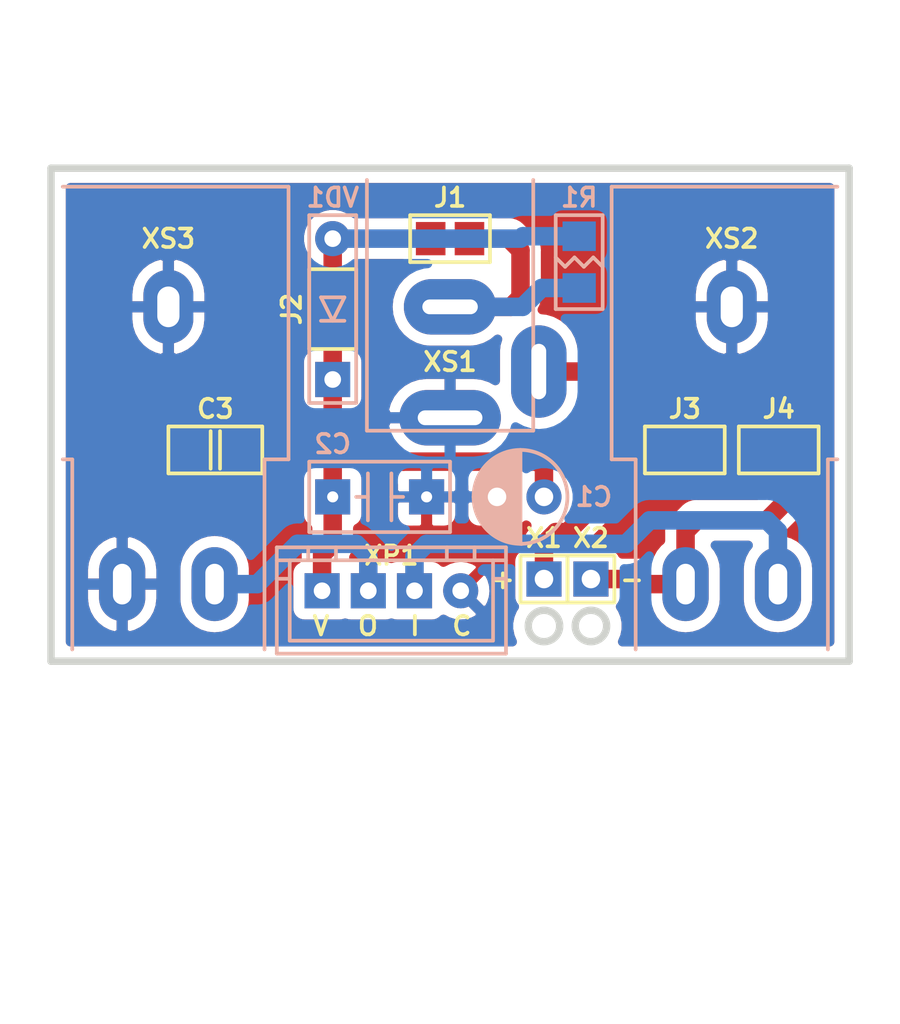
<source format=kicad_pcb>
(kicad_pcb (version 20171130) (host pcbnew 5.1.6-c6e7f7d~87~ubuntu19.10.1)

  (general
    (thickness 1.6)
    (drawings 12)
    (tracks 54)
    (zones 0)
    (modules 16)
    (nets 9)
  )

  (page A4 portrait)
  (title_block
    (title "1590N1 Connector Board")
    (date 2022-07-12)
    (rev 1A)
    (company "Igor Ivanov")
    (comment 1 https://github.com/Adept666)
    (comment 2 "This project is licensed under GNU General Public License v3.0 or later")
  )

  (layers
    (0 F.Cu jumper)
    (31 B.Cu signal)
    (36 B.SilkS user)
    (37 F.SilkS user)
    (38 B.Mask user)
    (39 F.Mask user)
    (40 Dwgs.User user)
    (44 Edge.Cuts user)
    (45 Margin user)
    (46 B.CrtYd user)
    (47 F.CrtYd user)
    (48 B.Fab user)
    (49 F.Fab user)
  )

  (setup
    (last_trace_width 1)
    (user_trace_width 0.6)
    (trace_clearance 0)
    (zone_clearance 0.6)
    (zone_45_only no)
    (trace_min 0.2)
    (via_size 1.5)
    (via_drill 0.5)
    (via_min_size 0.4)
    (via_min_drill 0.3)
    (uvia_size 0.3)
    (uvia_drill 0.1)
    (uvias_allowed no)
    (uvia_min_size 0)
    (uvia_min_drill 0)
    (edge_width 0.4)
    (segment_width 0.2)
    (pcb_text_width 0.3)
    (pcb_text_size 1.5 1.5)
    (mod_edge_width 0.15)
    (mod_text_size 1 1)
    (mod_text_width 0.15)
    (pad_size 5 3)
    (pad_drill 3.5)
    (pad_to_mask_clearance 0.2)
    (solder_mask_min_width 0.1)
    (aux_axis_origin 0 0)
    (visible_elements 7FFFFFFF)
    (pcbplotparams
      (layerselection 0x20000_7ffffffe)
      (usegerberextensions false)
      (usegerberattributes false)
      (usegerberadvancedattributes false)
      (creategerberjobfile false)
      (excludeedgelayer false)
      (linewidth 0.100000)
      (plotframeref true)
      (viasonmask false)
      (mode 1)
      (useauxorigin false)
      (hpglpennumber 1)
      (hpglpenspeed 20)
      (hpglpendiameter 15.000000)
      (psnegative false)
      (psa4output false)
      (plotreference false)
      (plotvalue true)
      (plotinvisibletext false)
      (padsonsilk true)
      (subtractmaskfromsilk false)
      (outputformat 4)
      (mirror false)
      (drillshape 0)
      (scaleselection 1)
      (outputdirectory ""))
  )

  (net 0 "")
  (net 1 COM)
  (net 2 /PP3-POS)
  (net 3 /PP3-NEG)
  (net 4 V)
  (net 5 /IN-CON)
  (net 6 /OUT-CON)
  (net 7 "Net-(J1-Pad2)")
  (net 8 "Net-(J1-Pad1)")

  (net_class Default "This is the default net class."
    (clearance 0)
    (trace_width 1)
    (via_dia 1.5)
    (via_drill 0.5)
    (uvia_dia 0.3)
    (uvia_drill 0.1)
    (add_net /IN-CON)
    (add_net /OUT-CON)
    (add_net /PP3-NEG)
    (add_net /PP3-POS)
    (add_net COM)
    (add_net "Net-(J1-Pad1)")
    (add_net "Net-(J1-Pad2)")
    (add_net V)
  )

  (module SBKCL-TH-ML:CON-PJ-651A-01-IN-OVAL (layer B.Cu) (tedit 62CD53D0) (tstamp 616C9C63)
    (at 120.65 135.255)
    (path /617128AA)
    (fp_text reference XS2 (at 0 3.81) (layer F.SilkS)
      (effects (font (size 1 1) (thickness 0.2)))
    )
    (fp_text value PJ-651A-01 (at 0 13.335) (layer B.Fab)
      (effects (font (size 1 1) (thickness 0.2)) (justify mirror))
    )
    (fp_line (start 5.2 16.5) (end 6.5 16.5) (layer B.CrtYd) (width 0.1))
    (fp_line (start -7.5 0) (end -7.5 -9) (layer B.CrtYd) (width 0.1))
    (fp_line (start 5.5 1) (end 6.5 1) (layer B.CrtYd) (width 0.1))
    (fp_line (start 6.5 16.5) (end 6.5 1) (layer B.CrtYd) (width 0.1))
    (fp_line (start -7.5 -9) (end 7.5 -9) (layer B.CrtYd) (width 0.1))
    (fp_line (start -5.2 26.5) (end -5.2 16.5) (layer B.CrtYd) (width 0.1))
    (fp_line (start 5.2 26.5) (end 5.2 16.5) (layer B.CrtYd) (width 0.1))
    (fp_line (start -6.5 1) (end -5.5 1) (layer B.CrtYd) (width 0.1))
    (fp_line (start -6.5 16.5) (end -6.5 1) (layer B.CrtYd) (width 0.1))
    (fp_line (start 7.5 0) (end 7.5 -9) (layer B.CrtYd) (width 0.1))
    (fp_line (start -5.5 1) (end -5.5 0) (layer B.CrtYd) (width 0.1))
    (fp_line (start -5.2 26.5) (end 5.2 26.5) (layer B.CrtYd) (width 0.1))
    (fp_line (start -6.5 16.5) (end -5.2 16.5) (layer B.CrtYd) (width 0.1))
    (fp_line (start -7.5 0) (end -5.5 0) (layer B.CrtYd) (width 0.1))
    (fp_line (start 5.5 0) (end 7.5 0) (layer B.CrtYd) (width 0.1))
    (fp_line (start 5.5 1) (end 5.5 0) (layer B.CrtYd) (width 0.1))
    (fp_line (start -6.5 15.75) (end -6.5 1) (layer B.SilkS) (width 0.2))
    (fp_line (start 5.2 15.75) (end 5.715 15.75) (layer B.SilkS) (width 0.2))
    (fp_line (start -6.5 15.75) (end -5.2 15.75) (layer B.SilkS) (width 0.2))
    (fp_line (start -6.5 1) (end 5.715 1) (layer B.SilkS) (width 0.2))
    (fp_line (start -5.2 26.035) (end -5.2 15.75) (layer B.SilkS) (width 0.2))
    (fp_line (start 5.2 26.035) (end 5.2 15.75) (layer B.SilkS) (width 0.2))
    (fp_line (start -6.928203 -0.5) (end -6.928203 -2.5) (layer B.Fab) (width 0.2))
    (fp_line (start -5.2 26.5) (end 5.2 26.5) (layer B.Fab) (width 0.2))
    (fp_line (start -5.2 26.5) (end -5.2 16.5) (layer B.Fab) (width 0.2))
    (fp_line (start -7.5 -0.5) (end 7.5 -0.5) (layer B.Fab) (width 0.2))
    (fp_line (start 6.928203 -0.5) (end 6.928203 -2.5) (layer B.Fab) (width 0.2))
    (fp_line (start -4.5 -2.5) (end -4.5 -9) (layer B.Fab) (width 0.2))
    (fp_line (start -3.464102 -0.5) (end -3.464102 -2.5) (layer B.Fab) (width 0.2))
    (fp_line (start 6.5 16.5) (end 6.5 1) (layer B.Fab) (width 0.2))
    (fp_line (start -6.5 1) (end 6.5 1) (layer B.Fab) (width 0.2))
    (fp_line (start -4.5 -9) (end 4.5 -9) (layer B.Fab) (width 0.2))
    (fp_line (start 5.2 16.5) (end 6.5 16.5) (layer B.Fab) (width 0.2))
    (fp_line (start -6.928203 -2.5) (end 6.928203 -2.5) (layer B.Fab) (width 0.2))
    (fp_line (start 4.5 -2.5) (end 4.5 -9) (layer B.Fab) (width 0.2))
    (fp_line (start 5.5 1) (end 5.5 0) (layer B.Fab) (width 0.2))
    (fp_line (start 5.2 26.5) (end 5.2 16.5) (layer B.Fab) (width 0.2))
    (fp_line (start -7.5 0) (end 7.5 0) (layer B.Fab) (width 0.2))
    (fp_line (start -5.5 1) (end -5.5 0) (layer B.Fab) (width 0.2))
    (fp_line (start -7.5 0) (end -7.5 -0.5) (layer B.Fab) (width 0.2))
    (fp_line (start 7.5 0) (end 7.5 -0.5) (layer B.Fab) (width 0.2))
    (fp_line (start -6.5 16.5) (end -5.2 16.5) (layer B.Fab) (width 0.2))
    (fp_line (start -6.5 16.5) (end -6.5 1) (layer B.Fab) (width 0.2))
    (fp_line (start 3.464102 -0.5) (end 3.464102 -2.5) (layer B.Fab) (width 0.2))
    (pad R thru_hole oval (at -2.5 22.5) (size 2.5 4) (drill oval 1 2.2) (layers *.Cu *.Mask)
      (net 3 /PP3-NEG))
    (pad T thru_hole oval (at 2.5 22.5) (size 2.5 4) (drill oval 1 2.2) (layers *.Cu *.Mask)
      (net 5 /IN-CON))
    (pad S thru_hole oval (at 0 7.5) (size 2.7 4) (drill oval 1.2 2.2) (layers *.Cu *.Mask)
      (net 1 COM))
  )

  (module SBKCL-TH-ML:CON-PJ-651A-01-OUT-OVAL (layer B.Cu) (tedit 62CD53E3) (tstamp 61CEBB0F)
    (at 90.17 135.255)
    (path /609B0F02)
    (fp_text reference XS3 (at 0 3.81) (layer F.SilkS)
      (effects (font (size 1 1) (thickness 0.2)))
    )
    (fp_text value PJ-651A-01 (at 0 13.335) (layer B.Fab)
      (effects (font (size 1 1) (thickness 0.2)) (justify mirror))
    )
    (fp_line (start 5.2 16.5) (end 6.5 16.5) (layer B.CrtYd) (width 0.1))
    (fp_line (start -7.5 0) (end -7.5 -9) (layer B.CrtYd) (width 0.1))
    (fp_line (start 5.5 1) (end 6.5 1) (layer B.CrtYd) (width 0.1))
    (fp_line (start 6.5 16.5) (end 6.5 1) (layer B.CrtYd) (width 0.1))
    (fp_line (start -7.5 -9) (end 7.5 -9) (layer B.CrtYd) (width 0.1))
    (fp_line (start -5.2 26.5) (end -5.2 16.5) (layer B.CrtYd) (width 0.1))
    (fp_line (start 5.2 26.5) (end 5.2 16.5) (layer B.CrtYd) (width 0.1))
    (fp_line (start -6.5 1) (end -5.5 1) (layer B.CrtYd) (width 0.1))
    (fp_line (start -6.5 16.5) (end -6.5 1) (layer B.CrtYd) (width 0.1))
    (fp_line (start 7.5 0) (end 7.5 -9) (layer B.CrtYd) (width 0.1))
    (fp_line (start -5.5 1) (end -5.5 0) (layer B.CrtYd) (width 0.1))
    (fp_line (start -5.2 26.5) (end 5.2 26.5) (layer B.CrtYd) (width 0.1))
    (fp_line (start -6.5 16.5) (end -5.2 16.5) (layer B.CrtYd) (width 0.1))
    (fp_line (start -7.5 0) (end -5.5 0) (layer B.CrtYd) (width 0.1))
    (fp_line (start 5.5 0) (end 7.5 0) (layer B.CrtYd) (width 0.1))
    (fp_line (start 5.5 1) (end 5.5 0) (layer B.CrtYd) (width 0.1))
    (fp_line (start 6.5 15.75) (end 6.5 1) (layer B.SilkS) (width 0.2))
    (fp_line (start 5.2 15.75) (end 6.5 15.75) (layer B.SilkS) (width 0.2))
    (fp_line (start -5.715 15.75) (end -5.2 15.75) (layer B.SilkS) (width 0.2))
    (fp_line (start -5.715 1) (end 6.5 1) (layer B.SilkS) (width 0.2))
    (fp_line (start -5.2 26.035) (end -5.2 15.75) (layer B.SilkS) (width 0.2))
    (fp_line (start 5.2 26.035) (end 5.2 15.75) (layer B.SilkS) (width 0.2))
    (fp_line (start -6.928203 -0.5) (end -6.928203 -2.5) (layer B.Fab) (width 0.2))
    (fp_line (start -5.2 26.5) (end 5.2 26.5) (layer B.Fab) (width 0.2))
    (fp_line (start -5.2 26.5) (end -5.2 16.5) (layer B.Fab) (width 0.2))
    (fp_line (start -7.5 -0.5) (end 7.5 -0.5) (layer B.Fab) (width 0.2))
    (fp_line (start 6.928203 -0.5) (end 6.928203 -2.5) (layer B.Fab) (width 0.2))
    (fp_line (start -4.5 -2.5) (end -4.5 -9) (layer B.Fab) (width 0.2))
    (fp_line (start -3.464102 -0.5) (end -3.464102 -2.5) (layer B.Fab) (width 0.2))
    (fp_line (start 6.5 16.5) (end 6.5 1) (layer B.Fab) (width 0.2))
    (fp_line (start -6.5 1) (end 6.5 1) (layer B.Fab) (width 0.2))
    (fp_line (start -4.5 -9) (end 4.5 -9) (layer B.Fab) (width 0.2))
    (fp_line (start 5.2 16.5) (end 6.5 16.5) (layer B.Fab) (width 0.2))
    (fp_line (start -6.928203 -2.5) (end 6.928203 -2.5) (layer B.Fab) (width 0.2))
    (fp_line (start 4.5 -2.5) (end 4.5 -9) (layer B.Fab) (width 0.2))
    (fp_line (start 5.5 1) (end 5.5 0) (layer B.Fab) (width 0.2))
    (fp_line (start 5.2 26.5) (end 5.2 16.5) (layer B.Fab) (width 0.2))
    (fp_line (start -7.5 0) (end 7.5 0) (layer B.Fab) (width 0.2))
    (fp_line (start -5.5 1) (end -5.5 0) (layer B.Fab) (width 0.2))
    (fp_line (start -7.5 0) (end -7.5 -0.5) (layer B.Fab) (width 0.2))
    (fp_line (start 7.5 0) (end 7.5 -0.5) (layer B.Fab) (width 0.2))
    (fp_line (start -6.5 16.5) (end -5.2 16.5) (layer B.Fab) (width 0.2))
    (fp_line (start -6.5 16.5) (end -6.5 1) (layer B.Fab) (width 0.2))
    (fp_line (start 3.464102 -0.5) (end 3.464102 -2.5) (layer B.Fab) (width 0.2))
    (pad S thru_hole oval (at 0 7.5) (size 2.7 4) (drill oval 1.2 2.2) (layers *.Cu *.Mask)
      (net 1 COM))
    (pad T thru_hole oval (at 2.5 22.5) (size 2.5 4) (drill oval 1 2.2) (layers *.Cu *.Mask)
      (net 6 /OUT-CON))
    (pad R thru_hole oval (at -2.5 22.5) (size 2.5 4) (drill oval 1 2.2) (layers *.Cu *.Mask)
      (net 1 COM))
  )

  (module SBKCL-TH-ML:CON-DC-005-9V-OVAL (layer B.Cu) (tedit 61CEB1E7) (tstamp 60995C69)
    (at 105.41 135.255)
    (path /619BF43C)
    (fp_text reference XS1 (at 0 10.4775) (layer F.SilkS)
      (effects (font (size 1 1) (thickness 0.2)))
    )
    (fp_text value DC-005 (at 0 6.985) (layer B.Fab)
      (effects (font (size 1 1) (thickness 0.2)) (justify mirror))
    )
    (fp_line (start 4.5 14.2) (end 4.5 0.635) (layer B.SilkS) (width 0.2))
    (fp_line (start -4.5 14.2) (end -4.5 0.635) (layer B.SilkS) (width 0.2))
    (fp_line (start -4.5 14.2) (end 4.5 14.2) (layer B.SilkS) (width 0.2))
    (fp_line (start -4.5 3.3) (end 4.5 3.3) (layer B.Fab) (width 0.2))
    (fp_line (start 5.2 14.2) (end 5.2 0) (layer B.CrtYd) (width 0.1))
    (fp_line (start -4.5 14.2) (end -4.5 0) (layer B.CrtYd) (width 0.1))
    (fp_line (start -4.5 0) (end 5.2 0) (layer B.CrtYd) (width 0.1))
    (fp_line (start -4.5 14.2) (end 5.2 14.2) (layer B.CrtYd) (width 0.1))
    (fp_line (start -4.5 14.2) (end -4.5 0) (layer B.Fab) (width 0.2))
    (fp_line (start -4.5 0) (end 4.5 0) (layer B.Fab) (width 0.2))
    (fp_line (start 4.5 14.2) (end 4.5 0) (layer B.Fab) (width 0.2))
    (fp_line (start -4.5 14.2) (end 4.5 14.2) (layer B.Fab) (width 0.2))
    (pad S thru_hole oval (at 0 7.5) (size 5 3) (drill oval 3 0.8) (layers *.Cu *.Mask)
      (net 8 "Net-(J1-Pad1)"))
    (pad SN thru_hole oval (at 4.8 11) (size 3 5) (drill oval 0.8 3) (layers *.Cu *.Mask)
      (net 2 /PP3-POS))
    (pad C thru_hole oval (at 0 13.5) (size 5.5 3) (drill oval 3.5 0.8) (layers *.Cu *.Mask)
      (net 1 COM))
  )

  (module KCL-TH-ML:P-DO-41 (layer B.Cu) (tedit 6110D669) (tstamp 61CEBBA7)
    (at 99.06 142.875 270)
    (path /61DC203D)
    (fp_text reference VD1 (at -6.0325 0) (layer B.SilkS)
      (effects (font (size 1 1) (thickness 0.2)) (justify mirror))
    )
    (fp_text value 5817 (at 0 0 270) (layer B.Fab)
      (effects (font (size 1 1) (thickness 0.2)) (justify mirror))
    )
    (fp_line (start 1.8175 1.1875) (end 1.8175 -1.1875) (layer B.Fab) (width 0.2))
    (fp_line (start 0.635 0.635) (end 0.635 -0.635) (layer B.SilkS) (width 0.2))
    (fp_line (start -0.635 -0.635) (end 0.635 0) (layer B.SilkS) (width 0.2))
    (fp_line (start -0.635 0.635) (end 0.635 0) (layer B.SilkS) (width 0.2))
    (fp_line (start -0.635 0.635) (end -0.635 -0.635) (layer B.SilkS) (width 0.2))
    (fp_line (start -5.08 -1.27) (end -5.08 1.27) (layer B.CrtYd) (width 0.1))
    (fp_line (start 5.08 -1.27) (end -5.08 -1.27) (layer B.CrtYd) (width 0.1))
    (fp_line (start 5.08 1.27) (end 5.08 -1.27) (layer B.CrtYd) (width 0.1))
    (fp_line (start -5.08 1.27) (end 5.08 1.27) (layer B.CrtYd) (width 0.1))
    (fp_line (start 5.08 1.27) (end 5.08 -1.27) (layer B.SilkS) (width 0.2))
    (fp_line (start -5.08 1.27) (end -5.08 -1.27) (layer B.SilkS) (width 0.2))
    (fp_line (start -5.08 -1.27) (end 5.08 -1.27) (layer B.SilkS) (width 0.2))
    (fp_line (start -5.08 1.27) (end 5.08 1.27) (layer B.SilkS) (width 0.2))
    (fp_line (start 2.3175 1.1875) (end 2.3175 -1.1875) (layer B.Fab) (width 0.2))
    (fp_line (start -2.3175 1.1875) (end -2.3175 -1.1875) (layer B.Fab) (width 0.2))
    (fp_line (start -2.3175 -1.1875) (end 2.3175 -1.1875) (layer B.Fab) (width 0.2))
    (fp_line (start -2.3175 1.1875) (end 2.3175 1.1875) (layer B.Fab) (width 0.2))
    (pad C thru_hole rect (at 3.81 0 270) (size 1.9 1.9) (drill 0.9) (layers *.Cu *.Mask)
      (net 4 V))
    (pad A thru_hole circle (at -3.81 0 270) (size 1.9 1.9) (drill 0.9) (layers *.Cu *.Mask)
      (net 7 "Net-(J1-Pad2)"))
  )

  (module KCL-TH-ML:CON-XH-B4B-A (layer B.Cu) (tedit 61A18FD4) (tstamp 61CF3AB2)
    (at 102.235 158.115 180)
    (path /61A88544)
    (fp_text reference XP1 (at 0 1.905) (layer F.SilkS)
      (effects (font (size 1 1) (thickness 0.2)))
    )
    (fp_text value B4B-XH-A (at 0 -0.635) (layer B.Fab)
      (effects (font (size 1 1) (thickness 0.2)) (justify mirror))
    )
    (fp_line (start -4.5 2.35) (end -4.5 1.65) (layer B.SilkS) (width 0.2))
    (fp_line (start 4.5 2.35) (end 4.5 1.65) (layer B.SilkS) (width 0.2))
    (fp_line (start -6.2 1.65) (end 6.2 1.65) (layer B.SilkS) (width 0.2))
    (fp_line (start 6.2 2.35) (end 6.2 -3.4) (layer B.SilkS) (width 0.2))
    (fp_line (start -5.5 1.65) (end -5.5 -2.7) (layer B.SilkS) (width 0.2))
    (fp_line (start -6.2 2.35) (end -6.2 -3.4) (layer B.SilkS) (width 0.2))
    (fp_line (start 5.5 0.65) (end 6.2 0.65) (layer B.SilkS) (width 0.2))
    (fp_line (start 5.5 1.65) (end 5.5 -2.7) (layer B.SilkS) (width 0.2))
    (fp_line (start -5.5 -2.7) (end 5.5 -2.7) (layer B.SilkS) (width 0.2))
    (fp_line (start -3 2.35) (end -3 1.65) (layer B.SilkS) (width 0.2))
    (fp_line (start -6.2 0.65) (end -5.5 0.65) (layer B.SilkS) (width 0.2))
    (fp_line (start 3 2.35) (end 3 1.65) (layer B.SilkS) (width 0.2))
    (fp_line (start -6.2 -3.4) (end 6.2 -3.4) (layer B.SilkS) (width 0.2))
    (fp_line (start -6.2 2.35) (end 6.2 2.35) (layer B.SilkS) (width 0.2))
    (fp_line (start 4.5 2.35) (end 4.5 1.65) (layer B.Fab) (width 0.2))
    (fp_line (start -3 2.35) (end -3 1.65) (layer B.Fab) (width 0.2))
    (fp_line (start -6.2 2.35) (end -6.2 -3.4) (layer B.Fab) (width 0.2))
    (fp_line (start 5.5 1.65) (end 5.5 -2.7) (layer B.Fab) (width 0.2))
    (fp_line (start 6.2 2.35) (end 6.2 -3.4) (layer B.Fab) (width 0.2))
    (fp_line (start -6.2 2.35) (end 6.2 2.35) (layer B.Fab) (width 0.2))
    (fp_line (start 6.2 2.35) (end 6.2 -3.4) (layer B.CrtYd) (width 0.1))
    (fp_line (start -5.5 1.65) (end -5.5 -2.7) (layer B.Fab) (width 0.2))
    (fp_line (start -6.2 -3.4) (end 6.2 -3.4) (layer B.CrtYd) (width 0.1))
    (fp_line (start -6.2 1.65) (end 6.2 1.65) (layer B.Fab) (width 0.2))
    (fp_line (start -6.2 0.65) (end -5.5 0.65) (layer B.Fab) (width 0.2))
    (fp_line (start 3 2.35) (end 3 1.65) (layer B.Fab) (width 0.2))
    (fp_line (start -5.5 -2.7) (end 5.5 -2.7) (layer B.Fab) (width 0.2))
    (fp_line (start -6.2 2.35) (end -6.2 -3.4) (layer B.CrtYd) (width 0.1))
    (fp_line (start -6.2 2.35) (end 6.2 2.35) (layer B.CrtYd) (width 0.1))
    (fp_line (start -6.2 -3.4) (end 6.2 -3.4) (layer B.Fab) (width 0.2))
    (fp_line (start -4.5 2.35) (end -4.5 1.65) (layer B.Fab) (width 0.2))
    (fp_line (start 5.5 0.65) (end 6.2 0.65) (layer B.Fab) (width 0.2))
    (pad 1 thru_hole circle (at -3.75 0 180) (size 1.9 1.9) (drill 0.9) (layers *.Cu *.Mask)
      (net 1 COM))
    (pad 2 thru_hole rect (at -1.25 0 180) (size 1.9 1.9) (drill 0.9) (layers *.Cu *.Mask)
      (net 5 /IN-CON))
    (pad 3 thru_hole rect (at 1.25 0 180) (size 1.9 1.9) (drill 0.9) (layers *.Cu *.Mask)
      (net 6 /OUT-CON))
    (pad 4 thru_hole rect (at 3.75 0 180) (size 1.9 1.9) (drill 0.9) (layers *.Cu *.Mask)
      (net 4 V))
  )

  (module KCL:C-SM-1206 (layer F.Cu) (tedit 5FF35261) (tstamp 61B6D636)
    (at 92.71 150.495 180)
    (path /61BC19F4)
    (fp_text reference C3 (at 0 2.2225) (layer F.SilkS)
      (effects (font (size 1 1) (thickness 0.2)))
    )
    (fp_text value 104 (at 0 0) (layer F.Fab)
      (effects (font (size 1 1) (thickness 0.2)))
    )
    (fp_line (start -2.54 -1.27) (end 2.54 -1.27) (layer F.CrtYd) (width 0.1))
    (fp_line (start 2.54 -1.27) (end 2.54 1.27) (layer F.CrtYd) (width 0.1))
    (fp_line (start 2.54 1.27) (end -2.54 1.27) (layer F.CrtYd) (width 0.1))
    (fp_line (start -2.54 1.27) (end -2.54 -1.27) (layer F.CrtYd) (width 0.1))
    (fp_line (start -2.54 1.27) (end 2.54 1.27) (layer F.SilkS) (width 0.2))
    (fp_line (start -2.54 -1.27) (end 2.54 -1.27) (layer F.SilkS) (width 0.2))
    (fp_line (start 0.254 -1.016) (end 0.254 1.016) (layer F.SilkS) (width 0.2))
    (fp_line (start -0.254 -1.016) (end -0.254 1.016) (layer F.SilkS) (width 0.2))
    (fp_line (start 2.54 -1.27) (end 2.54 1.27) (layer F.SilkS) (width 0.2))
    (fp_line (start -2.54 -1.27) (end -2.54 1.27) (layer F.SilkS) (width 0.2))
    (fp_line (start -1.6 -0.8) (end 1.6 -0.8) (layer F.Fab) (width 0.2))
    (fp_line (start 1.6 -0.8) (end 1.6 0.8) (layer F.Fab) (width 0.2))
    (fp_line (start -1.6 0.8) (end 1.6 0.8) (layer F.Fab) (width 0.2))
    (fp_line (start -1.6 -0.8) (end -1.6 0.8) (layer F.Fab) (width 0.2))
    (pad 1 smd rect (at -1.4 0 180) (size 1.6 1.8) (layers F.Cu F.Mask)
      (net 4 V))
    (pad 2 smd rect (at 1.4 0 180) (size 1.6 1.8) (layers F.Cu F.Mask)
      (net 1 COM))
  )

  (module KCL:J-SB-1206-2 (layer F.Cu) (tedit 61A37A89) (tstamp 61A4198C)
    (at 123.19 150.495 180)
    (path /61BCF730)
    (fp_text reference J4 (at 0 2.2225) (layer F.SilkS)
      (effects (font (size 1 1) (thickness 0.2)))
    )
    (fp_text value J4 (at 0 0.9525) (layer F.Fab)
      (effects (font (size 1 1) (thickness 0.2)))
    )
    (fp_line (start -1.05 0) (end 1.05 0) (layer F.Fab) (width 0.2))
    (fp_line (start -2.159 -1.27) (end -2.159 1.27) (layer F.SilkS) (width 0.2))
    (fp_line (start 2.159 -1.27) (end 2.159 1.27) (layer F.SilkS) (width 0.2))
    (fp_line (start -2.159 -1.27) (end 2.159 -1.27) (layer F.SilkS) (width 0.2))
    (fp_line (start -2.159 1.27) (end 2.159 1.27) (layer F.SilkS) (width 0.2))
    (fp_line (start -2.159 -1.27) (end -2.159 1.27) (layer F.CrtYd) (width 0.1))
    (fp_line (start -2.159 1.27) (end 2.159 1.27) (layer F.CrtYd) (width 0.1))
    (fp_line (start 2.159 -1.27) (end 2.159 1.27) (layer F.CrtYd) (width 0.1))
    (fp_line (start -2.159 -1.27) (end 2.159 -1.27) (layer F.CrtYd) (width 0.1))
    (pad 2 smd rect (at 1.05 0 180) (size 1.6 1.8) (layers F.Cu F.Mask)
      (net 1 COM))
    (pad 1 smd rect (at -1.05 0 180) (size 1.6 1.8) (layers F.Cu F.Mask)
      (net 3 /PP3-NEG))
  )

  (module KCL:J-SB-1206-2 (layer F.Cu) (tedit 61A37A89) (tstamp 61A41975)
    (at 118.11 150.495)
    (path /61BB2CE9)
    (fp_text reference J3 (at 0 -2.2225) (layer F.SilkS)
      (effects (font (size 1 1) (thickness 0.2)))
    )
    (fp_text value J3 (at 0 -0.9525) (layer F.Fab)
      (effects (font (size 1 1) (thickness 0.2)))
    )
    (fp_line (start -1.05 0) (end 1.05 0) (layer F.Fab) (width 0.2))
    (fp_line (start -2.159 -1.27) (end -2.159 1.27) (layer F.SilkS) (width 0.2))
    (fp_line (start 2.159 -1.27) (end 2.159 1.27) (layer F.SilkS) (width 0.2))
    (fp_line (start -2.159 -1.27) (end 2.159 -1.27) (layer F.SilkS) (width 0.2))
    (fp_line (start -2.159 1.27) (end 2.159 1.27) (layer F.SilkS) (width 0.2))
    (fp_line (start -2.159 -1.27) (end -2.159 1.27) (layer F.CrtYd) (width 0.1))
    (fp_line (start -2.159 1.27) (end 2.159 1.27) (layer F.CrtYd) (width 0.1))
    (fp_line (start 2.159 -1.27) (end 2.159 1.27) (layer F.CrtYd) (width 0.1))
    (fp_line (start -2.159 -1.27) (end 2.159 -1.27) (layer F.CrtYd) (width 0.1))
    (pad 2 smd rect (at 1.05 0) (size 1.6 1.8) (layers F.Cu F.Mask)
      (net 1 COM))
    (pad 1 smd rect (at -1.05 0) (size 1.6 1.8) (layers F.Cu F.Mask)
      (net 2 /PP3-POS))
  )

  (module KCL:J-SB-1206-2 (layer F.Cu) (tedit 61A37A89) (tstamp 61A2ACB8)
    (at 99.06 142.875 270)
    (path /61A33AAA)
    (fp_text reference J2 (at 0 2.2225 90) (layer F.SilkS)
      (effects (font (size 1 1) (thickness 0.2)))
    )
    (fp_text value J2 (at 0 0.9525 90) (layer F.Fab)
      (effects (font (size 1 1) (thickness 0.2)))
    )
    (fp_line (start -2.159 -1.27) (end 2.159 -1.27) (layer F.CrtYd) (width 0.1))
    (fp_line (start 2.159 -1.27) (end 2.159 1.27) (layer F.CrtYd) (width 0.1))
    (fp_line (start -2.159 1.27) (end 2.159 1.27) (layer F.CrtYd) (width 0.1))
    (fp_line (start -2.159 -1.27) (end -2.159 1.27) (layer F.CrtYd) (width 0.1))
    (fp_line (start -2.159 1.27) (end 2.159 1.27) (layer F.SilkS) (width 0.2))
    (fp_line (start -2.159 -1.27) (end 2.159 -1.27) (layer F.SilkS) (width 0.2))
    (fp_line (start 2.159 -1.27) (end 2.159 1.27) (layer F.SilkS) (width 0.2))
    (fp_line (start -2.159 -1.27) (end -2.159 1.27) (layer F.SilkS) (width 0.2))
    (fp_line (start -1.05 0) (end 1.05 0) (layer F.Fab) (width 0.2))
    (pad 1 smd rect (at -1.05 0 270) (size 1.6 1.8) (layers F.Cu F.Mask)
      (net 7 "Net-(J1-Pad2)"))
    (pad 2 smd rect (at 1.05 0 270) (size 1.6 1.8) (layers F.Cu F.Mask)
      (net 4 V))
  )

  (module KCL:J-SB-1206-2 (layer F.Cu) (tedit 61A37A89) (tstamp 61B6AFDF)
    (at 105.41 139.065 180)
    (path /61A32629)
    (fp_text reference J1 (at 0 2.2225) (layer F.SilkS)
      (effects (font (size 1 1) (thickness 0.2)))
    )
    (fp_text value J1 (at 0 0.9525) (layer F.Fab)
      (effects (font (size 1 1) (thickness 0.2)))
    )
    (fp_line (start -2.159 -1.27) (end 2.159 -1.27) (layer F.CrtYd) (width 0.1))
    (fp_line (start 2.159 -1.27) (end 2.159 1.27) (layer F.CrtYd) (width 0.1))
    (fp_line (start -2.159 1.27) (end 2.159 1.27) (layer F.CrtYd) (width 0.1))
    (fp_line (start -2.159 -1.27) (end -2.159 1.27) (layer F.CrtYd) (width 0.1))
    (fp_line (start -2.159 1.27) (end 2.159 1.27) (layer F.SilkS) (width 0.2))
    (fp_line (start -2.159 -1.27) (end 2.159 -1.27) (layer F.SilkS) (width 0.2))
    (fp_line (start 2.159 -1.27) (end 2.159 1.27) (layer F.SilkS) (width 0.2))
    (fp_line (start -2.159 -1.27) (end -2.159 1.27) (layer F.SilkS) (width 0.2))
    (fp_line (start -1.05 0) (end 1.05 0) (layer F.Fab) (width 0.2))
    (pad 1 smd rect (at -1.05 0 180) (size 1.6 1.8) (layers F.Cu F.Mask)
      (net 8 "Net-(J1-Pad1)"))
    (pad 2 smd rect (at 1.05 0 180) (size 1.6 1.8) (layers F.Cu F.Mask)
      (net 7 "Net-(J1-Pad2)"))
  )

  (module KCL:R-SM-1206 (layer B.Cu) (tedit 610FE4F7) (tstamp 61CEC771)
    (at 112.395 140.335 90)
    (path /61A3ECF5)
    (fp_text reference R1 (at 3.4925 0 180) (layer B.SilkS)
      (effects (font (size 1 1) (thickness 0.2)) (justify mirror))
    )
    (fp_text value 330 (at 0 0 270) (layer B.Fab)
      (effects (font (size 1 1) (thickness 0.2)) (justify mirror))
    )
    (fp_line (start -2.54 1.27) (end 2.54 1.27) (layer B.CrtYd) (width 0.1))
    (fp_line (start 2.54 1.27) (end 2.54 -1.27) (layer B.CrtYd) (width 0.1))
    (fp_line (start -2.54 -1.27) (end 2.54 -1.27) (layer B.CrtYd) (width 0.1))
    (fp_line (start -2.54 1.27) (end -2.54 -1.27) (layer B.CrtYd) (width 0.1))
    (fp_line (start -0.254 0.254) (end 0.254 0.762) (layer B.SilkS) (width 0.2))
    (fp_line (start 0.254 0.762) (end -0.254 1.27) (layer B.SilkS) (width 0.2))
    (fp_line (start -0.254 0.254) (end 0.254 -0.254) (layer B.SilkS) (width 0.2))
    (fp_line (start 0.254 -0.254) (end -0.254 -0.762) (layer B.SilkS) (width 0.2))
    (fp_line (start -0.254 -0.762) (end 0.254 -1.27) (layer B.SilkS) (width 0.2))
    (fp_line (start -2.54 -1.27) (end 2.54 -1.27) (layer B.SilkS) (width 0.2))
    (fp_line (start -2.54 1.27) (end 2.54 1.27) (layer B.SilkS) (width 0.2))
    (fp_line (start 2.54 1.27) (end 2.54 -1.27) (layer B.SilkS) (width 0.2))
    (fp_line (start -2.54 1.27) (end -2.54 -1.27) (layer B.SilkS) (width 0.2))
    (fp_line (start -1.6 0.8) (end 1.6 0.8) (layer B.Fab) (width 0.2))
    (fp_line (start 1.6 0.8) (end 1.6 -0.8) (layer B.Fab) (width 0.2))
    (fp_line (start -1.6 -0.8) (end 1.6 -0.8) (layer B.Fab) (width 0.2))
    (fp_line (start -1.6 0.8) (end -1.6 -0.8) (layer B.Fab) (width 0.2))
    (pad 1 smd rect (at -1.4 0 90) (size 1.6 1.8) (layers B.Cu B.Mask)
      (net 8 "Net-(J1-Pad1)"))
    (pad 2 smd rect (at 1.4 0 90) (size 1.6 1.8) (layers B.Cu B.Mask)
      (net 7 "Net-(J1-Pad2)"))
  )

  (module KCL-TH-ML:C-DISK-D04.2-T03.0-P05.08-d0.5 (layer B.Cu) (tedit 616F04F4) (tstamp 61CEC475)
    (at 101.6 153.035)
    (path /619BF43D)
    (fp_text reference C2 (at -2.54 -2.8575) (layer B.SilkS)
      (effects (font (size 1 1) (thickness 0.2)) (justify mirror))
    )
    (fp_text value 104 (at 0 0) (layer B.Fab)
      (effects (font (size 1 1) (thickness 0.2)) (justify mirror))
    )
    (fp_line (start -0.6 1.5) (end 0.6 1.5) (layer B.Fab) (width 0.2))
    (fp_line (start -0.6 -1.5) (end 0.6 -1.5) (layer B.Fab) (width 0.2))
    (fp_line (start -3.81 1.905) (end 3.81 1.905) (layer B.SilkS) (width 0.2))
    (fp_line (start -3.81 -1.905) (end 3.81 -1.905) (layer B.SilkS) (width 0.2))
    (fp_line (start -3.81 1.905) (end -3.81 -1.905) (layer B.SilkS) (width 0.2))
    (fp_line (start 3.81 1.905) (end 3.81 -1.905) (layer B.SilkS) (width 0.2))
    (fp_line (start -1.27 0) (end -0.635 0) (layer B.SilkS) (width 0.2))
    (fp_line (start 0.635 0) (end 1.27 0) (layer B.SilkS) (width 0.2))
    (fp_line (start -0.635 1.27) (end -0.635 -1.27) (layer B.SilkS) (width 0.2))
    (fp_line (start 0.635 1.27) (end 0.635 -1.27) (layer B.SilkS) (width 0.2))
    (fp_line (start -3.81 1.905) (end 3.81 1.905) (layer B.CrtYd) (width 0.1))
    (fp_line (start -3.81 -1.905) (end 3.81 -1.905) (layer B.CrtYd) (width 0.1))
    (fp_line (start -3.81 1.905) (end -3.81 -1.905) (layer B.CrtYd) (width 0.1))
    (fp_line (start 3.81 1.905) (end 3.81 -1.905) (layer B.CrtYd) (width 0.1))
    (fp_arc (start 0.6 0) (end 0.6 -1.5) (angle 180) (layer B.Fab) (width 0.2))
    (fp_arc (start -0.6 0) (end -0.6 1.5) (angle 180) (layer B.Fab) (width 0.2))
    (pad 1 thru_hole rect (at -2.54 0) (size 1.9 1.9) (drill 0.6) (layers *.Cu *.Mask)
      (net 4 V))
    (pad 2 thru_hole rect (at 2.54 0) (size 1.9 1.9) (drill 0.6) (layers *.Cu *.Mask)
      (net 1 COM))
  )

  (module KCL-TH-ML:CON-PAD-S-1.0-1.9 (layer F.Cu) (tedit 61137895) (tstamp 6082ECA5)
    (at 110.49 157.48)
    (path /619BF442)
    (fp_text reference X1 (at 0 -2.2225) (layer F.SilkS)
      (effects (font (size 1 1) (thickness 0.2)))
    )
    (fp_text value + (at 0 2.54) (layer F.Fab)
      (effects (font (size 1 1) (thickness 0.2)))
    )
    (fp_line (start 1.27 -1.27) (end 1.27 1.27) (layer F.SilkS) (width 0.2))
    (fp_line (start -1.27 -1.27) (end -1.27 1.27) (layer F.SilkS) (width 0.2))
    (fp_line (start -1.27 1.27) (end 1.27 1.27) (layer F.SilkS) (width 0.2))
    (fp_line (start -1.27 -1.27) (end 1.27 -1.27) (layer F.SilkS) (width 0.2))
    (fp_circle (center 0 0) (end 0.5 0) (layer F.Fab) (width 0.2))
    (fp_circle (center 0 0) (end 0.5 0) (layer F.CrtYd) (width 0.1))
    (pad 1 thru_hole rect (at 0 0) (size 1.9 1.9) (drill 1) (layers *.Cu *.Mask)
      (net 2 /PP3-POS) (solder_mask_margin 0.2))
  )

  (module KCL:B-PP3-HV (layer F.Cu) (tedit 5E590763) (tstamp 61D000C8)
    (at 105.41 172.72)
    (path /619BF44A)
    (fp_text reference GB1 (at 0 0) (layer F.SilkS) hide
      (effects (font (size 1 1) (thickness 0.2)))
    )
    (fp_text value PP3 (at 0 1.27) (layer F.Fab) hide
      (effects (font (size 1 1) (thickness 0.2)))
    )
    (fp_line (start 24.25 -8.75) (end 24.25 8.75) (layer Dwgs.User) (width 0.2))
    (fp_line (start -24.25 -8.75) (end -24.25 8.75) (layer Dwgs.User) (width 0.2))
    (fp_line (start -24.25 8.75) (end 24.25 8.75) (layer Dwgs.User) (width 0.2))
    (fp_line (start -24.25 -8.75) (end 24.25 -8.75) (layer Dwgs.User) (width 0.2))
  )

  (module KCL-TH-ML:CP-RADIAL-D05.0-P02.0-CLS (layer B.Cu) (tedit 616F0A79) (tstamp 61B6BBC0)
    (at 109.22 153.035 180)
    (path /60AB555F)
    (fp_text reference C1 (at -2.8575 0 180) (layer B.SilkS)
      (effects (font (size 1 1) (thickness 0.2)) (justify right mirror))
    )
    (fp_text value 107 (at 0 0 180) (layer B.Fab)
      (effects (font (size 1 1) (thickness 0.2)) (justify mirror))
    )
    (fp_circle (center 0 0) (end 2.54 0) (layer B.CrtYd) (width 0.1))
    (fp_circle (center 0 0) (end 2.5 0) (layer B.Fab) (width 0.2))
    (fp_poly (pts (xy 0 2.54) (xy 0.762 2.413) (xy 1.905 1.651) (xy 2.54 0)
      (xy 1.905 -1.651) (xy 0.762 -2.413) (xy 0 -2.54)) (layer B.SilkS) (width 0.2))
    (fp_circle (center 0 0) (end 2.54 0) (layer B.SilkS) (width 0.2))
    (pad - thru_hole roundrect (at 1.27 0 180) (size 1.9 1.9) (drill 1) (layers *.Cu *.Mask) (roundrect_rratio 0.3)
      (net 1 COM))
    (pad + thru_hole circle (at -1.27 0 180) (size 1.9 1.9) (drill 1) (layers *.Cu *.Mask)
      (net 4 V))
  )

  (module KCL-TH-ML:CON-PAD-S-1.0-1.9 (layer F.Cu) (tedit 61137895) (tstamp 60E19926)
    (at 113.03 157.48)
    (path /60AB555E)
    (fp_text reference X2 (at 0 -2.2225) (layer F.SilkS)
      (effects (font (size 1 1) (thickness 0.2)))
    )
    (fp_text value - (at 0 2.54) (layer F.Fab)
      (effects (font (size 1 1) (thickness 0.2)))
    )
    (fp_line (start 1.27 -1.27) (end 1.27 1.27) (layer F.SilkS) (width 0.2))
    (fp_line (start -1.27 -1.27) (end -1.27 1.27) (layer F.SilkS) (width 0.2))
    (fp_line (start -1.27 1.27) (end 1.27 1.27) (layer F.SilkS) (width 0.2))
    (fp_line (start -1.27 -1.27) (end 1.27 -1.27) (layer F.SilkS) (width 0.2))
    (fp_circle (center 0 0) (end 0.5 0) (layer F.Fab) (width 0.2))
    (fp_circle (center 0 0) (end 0.5 0) (layer F.CrtYd) (width 0.1))
    (pad 1 thru_hole rect (at 0 0) (size 1.9 1.9) (drill 1) (layers *.Cu *.Mask)
      (net 3 /PP3-NEG) (solder_mask_margin 0.2))
  )

  (gr_text C (at 106.045 160.02) (layer F.SilkS) (tstamp 61DAA3FD)
    (effects (font (size 1 1) (thickness 0.2)))
  )
  (gr_text I (at 103.505 160.02) (layer F.SilkS) (tstamp 61DAA3FD)
    (effects (font (size 1 1) (thickness 0.2)))
  )
  (gr_text O (at 100.965 160.02) (layer F.SilkS) (tstamp 61DAA3FD)
    (effects (font (size 1 1) (thickness 0.2)))
  )
  (gr_text V (at 98.425 160.02) (layer F.SilkS)
    (effects (font (size 1 1) (thickness 0.2)))
  )
  (gr_text - (at 115.2525 157.48) (layer F.SilkS) (tstamp 61CFF1CA)
    (effects (font (size 1 1) (thickness 0.2)))
  )
  (gr_text + (at 108.2675 157.48) (layer F.SilkS) (tstamp 61CFF21B)
    (effects (font (size 1 1) (thickness 0.2)))
  )
  (gr_line (start 83.82 135.255) (end 83.82 161.925) (layer Edge.Cuts) (width 0.4) (tstamp 619068B3))
  (gr_line (start 127 135.255) (end 127 161.925) (layer Edge.Cuts) (width 0.4) (tstamp 619068B2))
  (gr_line (start 83.82 161.925) (end 127 161.925) (layer Edge.Cuts) (width 0.4) (tstamp 619068A0))
  (gr_circle (center 113.03 160.02) (end 113.88 160.02) (layer Edge.Cuts) (width 0.4) (tstamp 61A2AD88))
  (gr_circle (center 110.49 160.02) (end 111.34 160.02) (layer Edge.Cuts) (width 0.4) (tstamp 6082ECCC))
  (gr_line (start 83.82 135.255) (end 127 135.255) (layer Edge.Cuts) (width 0.4))

  (segment (start 113.03 146.685) (end 113.03 150.495) (width 1) (layer F.Cu) (net 2))
  (segment (start 112.6 146.255) (end 113.03 146.685) (width 1) (layer F.Cu) (net 2))
  (segment (start 110.21 146.255) (end 112.6 146.255) (width 1) (layer F.Cu) (net 2))
  (segment (start 117.06 150.495) (end 113.03 150.495) (width 1) (layer F.Cu) (net 2))
  (segment (start 110.49 155.575) (end 110.49 157.48) (width 1) (layer F.Cu) (net 2))
  (segment (start 111.125 154.94) (end 110.49 155.575) (width 1) (layer F.Cu) (net 2))
  (segment (start 111.76 154.94) (end 111.125 154.94) (width 1) (layer F.Cu) (net 2))
  (segment (start 113.03 153.67) (end 111.76 154.94) (width 1) (layer F.Cu) (net 2))
  (segment (start 113.03 150.495) (end 113.03 153.67) (width 1) (layer F.Cu) (net 2))
  (segment (start 118.15 157.755) (end 115.845 157.755) (width 1) (layer F.Cu) (net 3))
  (segment (start 115.57 157.48) (end 115.845 157.755) (width 1) (layer F.Cu) (net 3))
  (segment (start 113.03 157.48) (end 115.57 157.48) (width 1) (layer F.Cu) (net 3))
  (segment (start 124.24 152.62) (end 124.24 150.495) (width 1) (layer F.Cu) (net 3))
  (segment (start 122.555 154.305) (end 124.24 152.62) (width 1) (layer F.Cu) (net 3))
  (segment (start 118.745 154.305) (end 122.555 154.305) (width 1) (layer F.Cu) (net 3))
  (segment (start 118.15 154.9) (end 118.745 154.305) (width 1) (layer F.Cu) (net 3))
  (segment (start 118.15 157.755) (end 118.15 154.9) (width 1) (layer F.Cu) (net 3))
  (segment (start 99.06 143.925) (end 99.06 146.685) (width 1) (layer F.Cu) (net 4))
  (segment (start 99.06 153.035) (end 99.06 155.575) (width 1) (layer F.Cu) (net 4))
  (segment (start 98.485 156.15) (end 99.06 155.575) (width 1) (layer F.Cu) (net 4))
  (segment (start 98.485 158.115) (end 98.485 156.15) (width 1) (layer F.Cu) (net 4))
  (segment (start 94.11 150.495) (end 99.06 150.495) (width 1) (layer F.Cu) (net 4))
  (segment (start 99.06 150.495) (end 99.06 153.035) (width 1) (layer F.Cu) (net 4))
  (segment (start 99.06 146.685) (end 99.06 150.495) (width 1) (layer F.Cu) (net 4))
  (segment (start 110.49 151.4475) (end 110.49 153.035) (width 1) (layer F.Cu) (net 4))
  (segment (start 110.1725 151.13) (end 110.49 151.4475) (width 1) (layer F.Cu) (net 4))
  (segment (start 102.87 151.13) (end 110.1725 151.13) (width 1) (layer F.Cu) (net 4) (tstamp 61CEB8D7))
  (segment (start 102.235 150.495) (end 102.87 151.13) (width 1) (layer F.Cu) (net 4))
  (segment (start 99.06 150.495) (end 102.235 150.495) (width 1) (layer F.Cu) (net 4))
  (segment (start 122.555 154.305) (end 123.15 154.9) (width 1) (layer B.Cu) (net 5))
  (segment (start 123.15 154.9) (end 123.15 157.755) (width 1) (layer B.Cu) (net 5))
  (segment (start 116.205 154.305) (end 122.555 154.305) (width 1) (layer B.Cu) (net 5))
  (segment (start 114.935 155.575) (end 116.205 154.305) (width 1) (layer B.Cu) (net 5))
  (segment (start 103.485 156.23) (end 104.14 155.575) (width 1) (layer B.Cu) (net 5))
  (segment (start 104.14 155.575) (end 114.935 155.575) (width 1) (layer B.Cu) (net 5))
  (segment (start 103.485 158.115) (end 103.485 156.23) (width 1) (layer B.Cu) (net 5))
  (segment (start 100.33 155.575) (end 100.985 156.23) (width 1) (layer B.Cu) (net 6))
  (segment (start 97.155 155.575) (end 100.33 155.575) (width 1) (layer B.Cu) (net 6))
  (segment (start 100.985 156.23) (end 100.985 158.115) (width 1) (layer B.Cu) (net 6))
  (segment (start 94.975 157.755) (end 97.155 155.575) (width 1) (layer B.Cu) (net 6))
  (segment (start 92.67 157.755) (end 94.975 157.755) (width 1) (layer B.Cu) (net 6))
  (segment (start 109.22 139.065) (end 99.06 139.065) (width 1) (layer B.Cu) (net 7))
  (segment (start 109.35 138.935) (end 109.22 139.065) (width 1) (layer B.Cu) (net 7))
  (segment (start 112.395 138.935) (end 109.35 138.935) (width 1) (layer B.Cu) (net 7))
  (segment (start 99.06 141.825) (end 99.06 139.065) (width 1) (layer F.Cu) (net 7))
  (segment (start 104.36 139.065) (end 99.06 139.065) (width 1) (layer F.Cu) (net 7))
  (segment (start 105.41 142.755) (end 109.34 142.755) (width 1) (layer B.Cu) (net 8))
  (segment (start 110.36 141.735) (end 109.34 142.755) (width 1) (layer B.Cu) (net 8))
  (segment (start 112.395 141.735) (end 110.36 141.735) (width 1) (layer B.Cu) (net 8))
  (segment (start 105.41 142.755) (end 108.705 142.755) (width 1) (layer F.Cu) (net 8))
  (segment (start 108.705 142.755) (end 109.22 142.24) (width 1) (layer F.Cu) (net 8))
  (segment (start 109.22 142.24) (end 109.22 139.7) (width 1) (layer F.Cu) (net 8))
  (segment (start 109.22 139.7) (end 108.585 139.065) (width 1) (layer F.Cu) (net 8))
  (segment (start 106.46 139.065) (end 108.585 139.065) (width 1) (layer F.Cu) (net 8))

  (zone (net 1) (net_name COM) (layer B.Cu) (tstamp 61B6DEBC) (hatch edge 0.508)
    (connect_pads (clearance 0.6))
    (min_thickness 0.5)
    (fill yes (arc_segments 32) (thermal_gap 0.6) (thermal_bridge_width 0.6))
    (polygon
      (pts
        (xy 82.55 133.985) (xy 128.27 133.985) (xy 128.27 163.195) (xy 82.55 163.195)
      )
    )
    (filled_polygon
      (pts
        (xy 125.950001 160.875) (xy 114.744034 160.875) (xy 114.867325 160.577347) (xy 114.940755 160.208193) (xy 114.940755 159.831807)
        (xy 114.867325 159.462653) (xy 114.723289 159.114918) (xy 114.630933 158.976697) (xy 114.690168 158.904519) (xy 114.769097 158.756855)
        (xy 114.8177 158.596629) (xy 114.834112 158.43) (xy 114.834112 156.925) (xy 114.868681 156.925) (xy 114.935 156.931532)
        (xy 115.001319 156.925) (xy 115.001321 156.925) (xy 115.199646 156.905467) (xy 115.454122 156.828272) (xy 115.688649 156.702915)
        (xy 115.894213 156.534213) (xy 115.936491 156.482697) (xy 116.191214 156.227975) (xy 116.080385 156.593329) (xy 116.05 156.901834)
        (xy 116.05 158.608167) (xy 116.080386 158.916672) (xy 116.200466 159.312524) (xy 116.395466 159.677343) (xy 116.657892 159.997109)
        (xy 116.977658 160.259535) (xy 117.342477 160.454535) (xy 117.738329 160.574615) (xy 118.15 160.615161) (xy 118.561672 160.574615)
        (xy 118.957524 160.454535) (xy 119.322343 160.259535) (xy 119.642109 159.997109) (xy 119.904535 159.677343) (xy 120.099535 159.312524)
        (xy 120.219615 158.916671) (xy 120.25 158.608166) (xy 120.25 156.901833) (xy 120.219615 156.593328) (xy 120.099535 156.197476)
        (xy 119.904535 155.832657) (xy 119.758735 155.655) (xy 121.541265 155.655) (xy 121.395465 155.832657) (xy 121.200465 156.197477)
        (xy 121.080385 156.593329) (xy 121.05 156.901834) (xy 121.05 158.608167) (xy 121.080386 158.916672) (xy 121.200466 159.312524)
        (xy 121.395466 159.677343) (xy 121.657892 159.997109) (xy 121.977658 160.259535) (xy 122.342477 160.454535) (xy 122.738329 160.574615)
        (xy 123.15 160.615161) (xy 123.561672 160.574615) (xy 123.957524 160.454535) (xy 124.322343 160.259535) (xy 124.642109 159.997109)
        (xy 124.904535 159.677343) (xy 125.099535 159.312524) (xy 125.219615 158.916671) (xy 125.25 158.608166) (xy 125.25 156.901833)
        (xy 125.219615 156.593328) (xy 125.099535 156.197476) (xy 124.904535 155.832657) (xy 124.642109 155.512891) (xy 124.5 155.396265)
        (xy 124.5 154.96631) (xy 124.506531 154.899999) (xy 124.5 154.833688) (xy 124.5 154.833679) (xy 124.480467 154.635354)
        (xy 124.403272 154.380878) (xy 124.277915 154.146351) (xy 124.109212 153.940787) (xy 124.057701 153.898513) (xy 123.556491 153.397303)
        (xy 123.514213 153.345787) (xy 123.308649 153.177085) (xy 123.074122 153.051728) (xy 122.819646 152.974533) (xy 122.621321 152.955)
        (xy 122.621319 152.955) (xy 122.555 152.948468) (xy 122.488681 152.955) (xy 116.27131 152.955) (xy 116.204999 152.948469)
        (xy 116.138688 152.955) (xy 116.138679 152.955) (xy 115.940354 152.974533) (xy 115.685878 153.051728) (xy 115.576707 153.110081)
        (xy 115.45135 153.177085) (xy 115.297301 153.30351) (xy 115.297298 153.303513) (xy 115.245787 153.345787) (xy 115.203513 153.397298)
        (xy 114.375812 154.225) (xy 111.845584 154.225) (xy 111.888151 154.182433) (xy 112.085139 153.88762) (xy 112.220827 153.560041)
        (xy 112.29 153.212284) (xy 112.29 152.857716) (xy 112.220827 152.509959) (xy 112.085139 152.18238) (xy 111.888151 151.887567)
        (xy 111.637433 151.636849) (xy 111.34262 151.439861) (xy 111.015041 151.304173) (xy 110.667284 151.235) (xy 110.312716 151.235)
        (xy 109.964959 151.304173) (xy 109.63738 151.439861) (xy 109.529372 151.512029) (xy 109.503949 151.481051) (xy 109.37452 151.374831)
        (xy 109.226855 151.295902) (xy 109.066629 151.247299) (xy 108.9 151.230887) (xy 108.2125 151.235) (xy 108 151.4475)
        (xy 108 152.985) (xy 108.02 152.985) (xy 108.02 153.085) (xy 108 153.085) (xy 108 153.105)
        (xy 107.9 153.105) (xy 107.9 153.085) (xy 106.3625 153.085) (xy 106.15 153.2975) (xy 106.145887 153.985)
        (xy 106.162299 154.151629) (xy 106.184555 154.225) (xy 105.905445 154.225) (xy 105.927701 154.151629) (xy 105.944113 153.985)
        (xy 105.94 153.2975) (xy 105.7275 153.085) (xy 104.19 153.085) (xy 104.19 153.105) (xy 104.09 153.105)
        (xy 104.09 153.085) (xy 102.5525 153.085) (xy 102.34 153.2975) (xy 102.335887 153.985) (xy 102.352299 154.151629)
        (xy 102.400902 154.311855) (xy 102.479831 154.45952) (xy 102.586051 154.588949) (xy 102.71548 154.695169) (xy 102.863145 154.774098)
        (xy 102.992481 154.813331) (xy 102.577299 155.228513) (xy 102.525788 155.270787) (xy 102.483514 155.322298) (xy 102.48351 155.322302)
        (xy 102.357085 155.476351) (xy 102.235 155.704757) (xy 102.112915 155.476351) (xy 101.944212 155.270787) (xy 101.892701 155.228513)
        (xy 101.33149 154.667302) (xy 101.289213 154.615787) (xy 101.083649 154.447085) (xy 100.849122 154.321728) (xy 100.80057 154.307)
        (xy 100.8477 154.151629) (xy 100.864112 153.985) (xy 100.864112 152.085) (xy 102.335887 152.085) (xy 102.34 152.7725)
        (xy 102.5525 152.985) (xy 104.09 152.985) (xy 104.09 151.4475) (xy 104.19 151.4475) (xy 104.19 152.985)
        (xy 105.7275 152.985) (xy 105.94 152.7725) (xy 105.944113 152.085) (xy 106.145887 152.085) (xy 106.15 152.7725)
        (xy 106.3625 152.985) (xy 107.9 152.985) (xy 107.9 151.4475) (xy 107.6875 151.235) (xy 107 151.230887)
        (xy 106.833371 151.247299) (xy 106.673145 151.295902) (xy 106.52548 151.374831) (xy 106.396051 151.481051) (xy 106.289831 151.61048)
        (xy 106.210902 151.758145) (xy 106.162299 151.918371) (xy 106.145887 152.085) (xy 105.944113 152.085) (xy 105.927701 151.918371)
        (xy 105.879098 151.758145) (xy 105.800169 151.61048) (xy 105.693949 151.481051) (xy 105.56452 151.374831) (xy 105.416855 151.295902)
        (xy 105.256629 151.247299) (xy 105.09 151.230887) (xy 104.4025 151.235) (xy 104.19 151.4475) (xy 104.09 151.4475)
        (xy 103.8775 151.235) (xy 103.19 151.230887) (xy 103.023371 151.247299) (xy 102.863145 151.295902) (xy 102.71548 151.374831)
        (xy 102.586051 151.481051) (xy 102.479831 151.61048) (xy 102.400902 151.758145) (xy 102.352299 151.918371) (xy 102.335887 152.085)
        (xy 100.864112 152.085) (xy 100.8477 151.918371) (xy 100.799097 151.758145) (xy 100.720168 151.610481) (xy 100.613948 151.481052)
        (xy 100.484519 151.374832) (xy 100.336855 151.295903) (xy 100.176629 151.2473) (xy 100.01 151.230888) (xy 98.11 151.230888)
        (xy 97.943371 151.2473) (xy 97.783145 151.295903) (xy 97.635481 151.374832) (xy 97.506052 151.481052) (xy 97.399832 151.610481)
        (xy 97.320903 151.758145) (xy 97.2723 151.918371) (xy 97.255888 152.085) (xy 97.255888 153.985) (xy 97.2723 154.151629)
        (xy 97.294556 154.225) (xy 97.221319 154.225) (xy 97.155 154.218468) (xy 97.088681 154.225) (xy 97.088679 154.225)
        (xy 96.890354 154.244533) (xy 96.695105 154.303761) (xy 96.635877 154.321728) (xy 96.42742 154.433151) (xy 96.401351 154.447085)
        (xy 96.195787 154.615787) (xy 96.15351 154.667302) (xy 94.62042 156.200392) (xy 94.619535 156.197476) (xy 94.424535 155.832657)
        (xy 94.162109 155.512891) (xy 93.842343 155.250465) (xy 93.477523 155.055465) (xy 93.081671 154.935385) (xy 92.67 154.894839)
        (xy 92.258328 154.935385) (xy 91.862476 155.055465) (xy 91.497657 155.250465) (xy 91.177891 155.512891) (xy 90.915465 155.832657)
        (xy 90.720465 156.197477) (xy 90.600385 156.593329) (xy 90.57 156.901834) (xy 90.57 158.608167) (xy 90.600386 158.916672)
        (xy 90.720466 159.312524) (xy 90.915466 159.677343) (xy 91.177892 159.997109) (xy 91.497658 160.259535) (xy 91.862477 160.454535)
        (xy 92.258329 160.574615) (xy 92.67 160.615161) (xy 93.081672 160.574615) (xy 93.477524 160.454535) (xy 93.842343 160.259535)
        (xy 94.162109 159.997109) (xy 94.424535 159.677343) (xy 94.619535 159.312524) (xy 94.682486 159.105) (xy 94.908681 159.105)
        (xy 94.975 159.111532) (xy 95.041319 159.105) (xy 95.041321 159.105) (xy 95.239646 159.085467) (xy 95.494122 159.008272)
        (xy 95.728649 158.882915) (xy 95.934213 158.714213) (xy 95.976491 158.662697) (xy 96.680888 157.9583) (xy 96.680888 159.065)
        (xy 96.6973 159.231629) (xy 96.745903 159.391855) (xy 96.824832 159.539519) (xy 96.931052 159.668948) (xy 97.060481 159.775168)
        (xy 97.208145 159.854097) (xy 97.368371 159.9027) (xy 97.535 159.919112) (xy 99.435 159.919112) (xy 99.601629 159.9027)
        (xy 99.735 159.862243) (xy 99.868371 159.9027) (xy 100.035 159.919112) (xy 101.935 159.919112) (xy 102.101629 159.9027)
        (xy 102.235 159.862243) (xy 102.368371 159.9027) (xy 102.535 159.919112) (xy 104.435 159.919112) (xy 104.601629 159.9027)
        (xy 104.761855 159.854097) (xy 104.909519 159.775168) (xy 105.038948 159.668948) (xy 105.050233 159.655197) (xy 105.273463 159.777873)
        (xy 105.611545 159.884735) (xy 105.963979 159.923587) (xy 106.317221 159.892936) (xy 106.657695 159.793961) (xy 106.972318 159.630463)
        (xy 107.007276 159.607107) (xy 107.077781 159.278492) (xy 105.985 158.185711) (xy 105.970858 158.199853) (xy 105.900147 158.129142)
        (xy 105.914289 158.115) (xy 105.900147 158.100858) (xy 105.970858 158.030147) (xy 105.985 158.044289) (xy 105.999142 158.030147)
        (xy 106.069853 158.100858) (xy 106.055711 158.115) (xy 107.148492 159.207781) (xy 107.477107 159.137276) (xy 107.647873 158.826537)
        (xy 107.754735 158.488455) (xy 107.793587 158.136021) (xy 107.762936 157.782779) (xy 107.663961 157.442305) (xy 107.500463 157.127682)
        (xy 107.477107 157.092724) (xy 107.148494 157.022219) (xy 107.245713 156.925) (xy 108.685888 156.925) (xy 108.685888 158.43)
        (xy 108.7023 158.596629) (xy 108.750903 158.756855) (xy 108.829832 158.904519) (xy 108.889067 158.976697) (xy 108.796711 159.114918)
        (xy 108.652675 159.462653) (xy 108.579245 159.831807) (xy 108.579245 160.208193) (xy 108.652675 160.577347) (xy 108.775966 160.875)
        (xy 84.87 160.875) (xy 84.87 157.805) (xy 85.57 157.805) (xy 85.57 158.555) (xy 85.620105 158.963729)
        (xy 85.748987 159.354829) (xy 85.951692 159.713271) (xy 86.220431 160.02528) (xy 86.544876 160.278865) (xy 86.912559 160.464281)
        (xy 87.292196 160.570736) (xy 87.62 160.391838) (xy 87.62 157.805) (xy 87.72 157.805) (xy 87.72 160.391838)
        (xy 88.047804 160.570736) (xy 88.427441 160.464281) (xy 88.795124 160.278865) (xy 89.119569 160.02528) (xy 89.388308 159.713271)
        (xy 89.591013 159.354829) (xy 89.719895 158.963729) (xy 89.77 158.555) (xy 89.77 157.805) (xy 87.72 157.805)
        (xy 87.62 157.805) (xy 85.57 157.805) (xy 84.87 157.805) (xy 84.87 156.955) (xy 85.57 156.955)
        (xy 85.57 157.705) (xy 87.62 157.705) (xy 87.62 155.118162) (xy 87.72 155.118162) (xy 87.72 157.705)
        (xy 89.77 157.705) (xy 89.77 156.955) (xy 89.719895 156.546271) (xy 89.591013 156.155171) (xy 89.388308 155.796729)
        (xy 89.119569 155.48472) (xy 88.795124 155.231135) (xy 88.427441 155.045719) (xy 88.047804 154.939264) (xy 87.72 155.118162)
        (xy 87.62 155.118162) (xy 87.292196 154.939264) (xy 86.912559 155.045719) (xy 86.544876 155.231135) (xy 86.220431 155.48472)
        (xy 85.951692 155.796729) (xy 85.748987 156.155171) (xy 85.620105 156.546271) (xy 85.57 156.955) (xy 84.87 156.955)
        (xy 84.87 149.171922) (xy 101.84728 149.171922) (xy 101.969747 149.608111) (xy 102.178266 150.019016) (xy 102.462942 150.381345)
        (xy 102.812835 150.681175) (xy 103.214499 150.906983) (xy 103.652498 151.050091) (xy 104.11 151.105) (xy 105.36 151.105)
        (xy 105.36 148.805) (xy 102.023085 148.805) (xy 101.84728 149.171922) (xy 84.87 149.171922) (xy 84.87 145.735)
        (xy 97.255888 145.735) (xy 97.255888 147.635) (xy 97.2723 147.801629) (xy 97.320903 147.961855) (xy 97.399832 148.109519)
        (xy 97.506052 148.238948) (xy 97.635481 148.345168) (xy 97.783145 148.424097) (xy 97.943371 148.4727) (xy 98.11 148.489112)
        (xy 100.01 148.489112) (xy 100.176629 148.4727) (xy 100.336855 148.424097) (xy 100.484519 148.345168) (xy 100.493158 148.338078)
        (xy 101.84728 148.338078) (xy 102.023085 148.705) (xy 105.36 148.705) (xy 105.36 146.405) (xy 104.11 146.405)
        (xy 103.652498 146.459909) (xy 103.214499 146.603017) (xy 102.812835 146.828825) (xy 102.462942 147.128655) (xy 102.178266 147.490984)
        (xy 101.969747 147.901889) (xy 101.84728 148.338078) (xy 100.493158 148.338078) (xy 100.613948 148.238948) (xy 100.720168 148.109519)
        (xy 100.799097 147.961855) (xy 100.8477 147.801629) (xy 100.864112 147.635) (xy 100.864112 145.735) (xy 100.8477 145.568371)
        (xy 100.799097 145.408145) (xy 100.720168 145.260481) (xy 100.613948 145.131052) (xy 100.484519 145.024832) (xy 100.336855 144.945903)
        (xy 100.176629 144.8973) (xy 100.01 144.880888) (xy 98.11 144.880888) (xy 97.943371 144.8973) (xy 97.783145 144.945903)
        (xy 97.635481 145.024832) (xy 97.506052 145.131052) (xy 97.399832 145.260481) (xy 97.320903 145.408145) (xy 97.2723 145.568371)
        (xy 97.255888 145.735) (xy 84.87 145.735) (xy 84.87 142.805) (xy 87.97 142.805) (xy 87.97 143.455)
        (xy 88.022027 143.883238) (xy 88.156599 144.293098) (xy 88.368545 144.668828) (xy 88.64972 144.99599) (xy 88.989319 145.262011)
        (xy 89.37429 145.456668) (xy 89.776549 145.569532) (xy 90.12 145.391871) (xy 90.12 142.805) (xy 90.22 142.805)
        (xy 90.22 145.391871) (xy 90.563451 145.569532) (xy 90.96571 145.456668) (xy 91.350681 145.262011) (xy 91.69028 144.99599)
        (xy 91.971455 144.668828) (xy 92.183401 144.293098) (xy 92.317973 143.883238) (xy 92.37 143.455) (xy 92.37 142.805)
        (xy 90.22 142.805) (xy 90.12 142.805) (xy 87.97 142.805) (xy 84.87 142.805) (xy 84.87 142.055)
        (xy 87.97 142.055) (xy 87.97 142.705) (xy 90.12 142.705) (xy 90.12 140.118129) (xy 90.22 140.118129)
        (xy 90.22 142.705) (xy 92.37 142.705) (xy 92.37 142.055) (xy 92.317973 141.626762) (xy 92.183401 141.216902)
        (xy 91.971455 140.841172) (xy 91.69028 140.51401) (xy 91.350681 140.247989) (xy 90.96571 140.053332) (xy 90.563451 139.940468)
        (xy 90.22 140.118129) (xy 90.12 140.118129) (xy 89.776549 139.940468) (xy 89.37429 140.053332) (xy 88.989319 140.247989)
        (xy 88.64972 140.51401) (xy 88.368545 140.841172) (xy 88.156599 141.216902) (xy 88.022027 141.626762) (xy 87.97 142.055)
        (xy 84.87 142.055) (xy 84.87 138.887716) (xy 97.26 138.887716) (xy 97.26 139.242284) (xy 97.329173 139.590041)
        (xy 97.464861 139.91762) (xy 97.661849 140.212433) (xy 97.912567 140.463151) (xy 98.20738 140.660139) (xy 98.534959 140.795827)
        (xy 98.882716 140.865) (xy 99.237284 140.865) (xy 99.585041 140.795827) (xy 99.91262 140.660139) (xy 100.207433 140.463151)
        (xy 100.255584 140.415) (xy 104.193026 140.415) (xy 103.94932 140.439003) (xy 103.506343 140.573379) (xy 103.098093 140.791593)
        (xy 102.740259 141.085259) (xy 102.446593 141.443093) (xy 102.228379 141.851343) (xy 102.094003 142.29432) (xy 102.04863 142.755)
        (xy 102.094003 143.21568) (xy 102.228379 143.658657) (xy 102.446593 144.066907) (xy 102.740259 144.424741) (xy 103.098093 144.718407)
        (xy 103.506343 144.936621) (xy 103.94932 145.070997) (xy 104.294558 145.105) (xy 106.525442 145.105) (xy 106.87068 145.070997)
        (xy 107.313657 144.936621) (xy 107.721907 144.718407) (xy 107.981709 144.505193) (xy 107.894003 144.794321) (xy 107.86 145.139559)
        (xy 107.86 146.746092) (xy 107.605501 146.603017) (xy 107.167502 146.459909) (xy 106.71 146.405) (xy 105.46 146.405)
        (xy 105.46 148.705) (xy 105.48 148.705) (xy 105.48 148.805) (xy 105.46 148.805) (xy 105.46 151.105)
        (xy 106.71 151.105) (xy 107.167502 151.050091) (xy 107.605501 150.906983) (xy 108.007165 150.681175) (xy 108.357058 150.381345)
        (xy 108.641734 150.019016) (xy 108.850253 149.608111) (xy 108.951634 149.247025) (xy 109.306344 149.436621) (xy 109.749321 149.570997)
        (xy 110.21 149.61637) (xy 110.67068 149.570997) (xy 111.113657 149.436621) (xy 111.521907 149.218407) (xy 111.879741 148.924741)
        (xy 112.173407 148.566907) (xy 112.391621 148.158657) (xy 112.525997 147.71568) (xy 112.56 147.370442) (xy 112.56 145.139558)
        (xy 112.525997 144.79432) (xy 112.391621 144.351343) (xy 112.173407 143.943093) (xy 111.879741 143.585259) (xy 111.640734 143.389112)
        (xy 113.295 143.389112) (xy 113.461629 143.3727) (xy 113.621855 143.324097) (xy 113.769519 143.245168) (xy 113.898948 143.138948)
        (xy 114.005168 143.009519) (xy 114.084097 142.861855) (xy 114.101343 142.805) (xy 118.45 142.805) (xy 118.45 143.455)
        (xy 118.502027 143.883238) (xy 118.636599 144.293098) (xy 118.848545 144.668828) (xy 119.12972 144.99599) (xy 119.469319 145.262011)
        (xy 119.85429 145.456668) (xy 120.256549 145.569532) (xy 120.6 145.391871) (xy 120.6 142.805) (xy 120.7 142.805)
        (xy 120.7 145.391871) (xy 121.043451 145.569532) (xy 121.44571 145.456668) (xy 121.830681 145.262011) (xy 122.17028 144.99599)
        (xy 122.451455 144.668828) (xy 122.663401 144.293098) (xy 122.797973 143.883238) (xy 122.85 143.455) (xy 122.85 142.805)
        (xy 120.7 142.805) (xy 120.6 142.805) (xy 118.45 142.805) (xy 114.101343 142.805) (xy 114.1327 142.701629)
        (xy 114.149112 142.535) (xy 114.149112 142.055) (xy 118.45 142.055) (xy 118.45 142.705) (xy 120.6 142.705)
        (xy 120.6 140.118129) (xy 120.7 140.118129) (xy 120.7 142.705) (xy 122.85 142.705) (xy 122.85 142.055)
        (xy 122.797973 141.626762) (xy 122.663401 141.216902) (xy 122.451455 140.841172) (xy 122.17028 140.51401) (xy 121.830681 140.247989)
        (xy 121.44571 140.053332) (xy 121.043451 139.940468) (xy 120.7 140.118129) (xy 120.6 140.118129) (xy 120.256549 139.940468)
        (xy 119.85429 140.053332) (xy 119.469319 140.247989) (xy 119.12972 140.51401) (xy 118.848545 140.841172) (xy 118.636599 141.216902)
        (xy 118.502027 141.626762) (xy 118.45 142.055) (xy 114.149112 142.055) (xy 114.149112 140.935) (xy 114.1327 140.768371)
        (xy 114.084097 140.608145) (xy 114.005168 140.460481) (xy 113.902188 140.335) (xy 114.005168 140.209519) (xy 114.084097 140.061855)
        (xy 114.1327 139.901629) (xy 114.149112 139.735) (xy 114.149112 138.135) (xy 114.1327 137.968371) (xy 114.084097 137.808145)
        (xy 114.005168 137.660481) (xy 113.898948 137.531052) (xy 113.769519 137.424832) (xy 113.621855 137.345903) (xy 113.461629 137.2973)
        (xy 113.295 137.280888) (xy 111.495 137.280888) (xy 111.328371 137.2973) (xy 111.168145 137.345903) (xy 111.020481 137.424832)
        (xy 110.891052 137.531052) (xy 110.846778 137.585) (xy 109.416319 137.585) (xy 109.35 137.578468) (xy 109.283681 137.585)
        (xy 109.283679 137.585) (xy 109.085354 137.604533) (xy 108.830878 137.681728) (xy 108.76863 137.715) (xy 100.255584 137.715)
        (xy 100.207433 137.666849) (xy 99.91262 137.469861) (xy 99.585041 137.334173) (xy 99.237284 137.265) (xy 98.882716 137.265)
        (xy 98.534959 137.334173) (xy 98.20738 137.469861) (xy 97.912567 137.666849) (xy 97.661849 137.917567) (xy 97.464861 138.21238)
        (xy 97.329173 138.539959) (xy 97.26 138.887716) (xy 84.87 138.887716) (xy 84.87 136.305) (xy 125.95 136.305)
      )
    )
  )
  (zone (net 1) (net_name COM) (layer F.Cu) (tstamp 61B6DEBB) (hatch edge 0.508)
    (connect_pads (clearance 0.6))
    (min_thickness 0.5)
    (fill yes (arc_segments 32) (thermal_gap 0.6) (thermal_bridge_width 0.6))
    (polygon
      (pts
        (xy 82.55 133.985) (xy 128.27 133.985) (xy 128.27 163.195) (xy 82.55 163.195)
      )
    )
    (filled_polygon
      (pts
        (xy 125.950001 160.875) (xy 114.744034 160.875) (xy 114.867325 160.577347) (xy 114.940755 160.208193) (xy 114.940755 159.831807)
        (xy 114.867325 159.462653) (xy 114.723289 159.114918) (xy 114.630933 158.976697) (xy 114.690168 158.904519) (xy 114.73 158.83)
        (xy 115.026874 158.83) (xy 115.091351 158.882915) (xy 115.325878 159.008272) (xy 115.580354 159.085467) (xy 115.778679 159.105)
        (xy 115.778681 159.105) (xy 115.845 159.111532) (xy 115.911319 159.105) (xy 116.137514 159.105) (xy 116.200466 159.312524)
        (xy 116.395466 159.677343) (xy 116.657892 159.997109) (xy 116.977658 160.259535) (xy 117.342477 160.454535) (xy 117.738329 160.574615)
        (xy 118.15 160.615161) (xy 118.561672 160.574615) (xy 118.957524 160.454535) (xy 119.322343 160.259535) (xy 119.642109 159.997109)
        (xy 119.904535 159.677343) (xy 120.099535 159.312524) (xy 120.219615 158.916671) (xy 120.25 158.608166) (xy 120.25 156.901833)
        (xy 120.219615 156.593328) (xy 120.099535 156.197476) (xy 119.904535 155.832657) (xy 119.758735 155.655) (xy 121.541265 155.655)
        (xy 121.395465 155.832657) (xy 121.200465 156.197477) (xy 121.080385 156.593329) (xy 121.05 156.901834) (xy 121.05 158.608167)
        (xy 121.080386 158.916672) (xy 121.200466 159.312524) (xy 121.395466 159.677343) (xy 121.657892 159.997109) (xy 121.977658 160.259535)
        (xy 122.342477 160.454535) (xy 122.738329 160.574615) (xy 123.15 160.615161) (xy 123.561672 160.574615) (xy 123.957524 160.454535)
        (xy 124.322343 160.259535) (xy 124.642109 159.997109) (xy 124.904535 159.677343) (xy 125.099535 159.312524) (xy 125.219615 158.916671)
        (xy 125.25 158.608166) (xy 125.25 156.901833) (xy 125.219615 156.593328) (xy 125.099535 156.197476) (xy 124.904535 155.832657)
        (xy 124.642109 155.512891) (xy 124.322343 155.250465) (xy 123.957523 155.055465) (xy 123.770466 154.998722) (xy 125.147706 153.621483)
        (xy 125.199212 153.579213) (xy 125.241483 153.527706) (xy 125.24149 153.527699) (xy 125.367915 153.37365) (xy 125.493271 153.139123)
        (xy 125.493272 153.139122) (xy 125.570467 152.884646) (xy 125.59 152.686321) (xy 125.59 152.686319) (xy 125.596532 152.62)
        (xy 125.59 152.553681) (xy 125.59 152.043222) (xy 125.643948 151.998948) (xy 125.750168 151.869519) (xy 125.829097 151.721855)
        (xy 125.8777 151.561629) (xy 125.894112 151.395) (xy 125.894112 149.595) (xy 125.8777 149.428371) (xy 125.829097 149.268145)
        (xy 125.750168 149.120481) (xy 125.643948 148.991052) (xy 125.514519 148.884832) (xy 125.366855 148.805903) (xy 125.206629 148.7573)
        (xy 125.04 148.740888) (xy 123.44 148.740888) (xy 123.273371 148.7573) (xy 123.190002 148.782589) (xy 123.106629 148.757299)
        (xy 122.94 148.740887) (xy 122.4025 148.745) (xy 122.19 148.9575) (xy 122.19 150.445) (xy 122.21 150.445)
        (xy 122.21 150.545) (xy 122.19 150.545) (xy 122.19 152.0325) (xy 122.4025 152.245) (xy 122.703508 152.247303)
        (xy 121.995812 152.955) (xy 118.81131 152.955) (xy 118.744999 152.948469) (xy 118.678688 152.955) (xy 118.678679 152.955)
        (xy 118.480354 152.974533) (xy 118.225878 153.051728) (xy 117.991351 153.177085) (xy 117.785787 153.345787) (xy 117.74351 153.397302)
        (xy 117.242299 153.898513) (xy 117.190788 153.940787) (xy 117.148514 153.992298) (xy 117.14851 153.992302) (xy 117.022085 154.146351)
        (xy 116.896729 154.380878) (xy 116.819534 154.635354) (xy 116.793468 154.9) (xy 116.800001 154.966329) (xy 116.800001 155.396264)
        (xy 116.657891 155.512891) (xy 116.395465 155.832657) (xy 116.200465 156.197477) (xy 116.177295 156.273858) (xy 116.089122 156.226728)
        (xy 115.834646 156.149533) (xy 115.636321 156.13) (xy 115.636319 156.13) (xy 115.57 156.123468) (xy 115.503681 156.13)
        (xy 114.73 156.13) (xy 114.690168 156.055481) (xy 114.583948 155.926052) (xy 114.454519 155.819832) (xy 114.306855 155.740903)
        (xy 114.146629 155.6923) (xy 113.98 155.675888) (xy 112.9333 155.675888) (xy 113.937702 154.671487) (xy 113.989213 154.629213)
        (xy 114.031487 154.577702) (xy 114.03149 154.577699) (xy 114.157915 154.42365) (xy 114.283271 154.189123) (xy 114.283272 154.189122)
        (xy 114.360467 153.934646) (xy 114.38 153.736321) (xy 114.38 153.736312) (xy 114.386531 153.670001) (xy 114.38 153.60369)
        (xy 114.38 151.845) (xy 115.536726 151.845) (xy 115.549832 151.869519) (xy 115.656052 151.998948) (xy 115.785481 152.105168)
        (xy 115.933145 152.184097) (xy 116.093371 152.2327) (xy 116.26 152.249112) (xy 117.86 152.249112) (xy 118.026629 152.2327)
        (xy 118.109998 152.207411) (xy 118.193371 152.232701) (xy 118.36 152.249113) (xy 118.8975 152.245) (xy 119.11 152.0325)
        (xy 119.11 150.545) (xy 119.21 150.545) (xy 119.21 152.0325) (xy 119.4225 152.245) (xy 119.96 152.249113)
        (xy 120.126629 152.232701) (xy 120.286855 152.184098) (xy 120.43452 152.105169) (xy 120.563949 151.998949) (xy 120.65 151.894096)
        (xy 120.736051 151.998949) (xy 120.86548 152.105169) (xy 121.013145 152.184098) (xy 121.173371 152.232701) (xy 121.34 152.249113)
        (xy 121.8775 152.245) (xy 122.09 152.0325) (xy 122.09 150.545) (xy 120.7025 150.545) (xy 120.65 150.5975)
        (xy 120.5975 150.545) (xy 119.21 150.545) (xy 119.11 150.545) (xy 119.09 150.545) (xy 119.09 150.445)
        (xy 119.11 150.445) (xy 119.11 148.9575) (xy 119.21 148.9575) (xy 119.21 150.445) (xy 120.5975 150.445)
        (xy 120.65 150.3925) (xy 120.7025 150.445) (xy 122.09 150.445) (xy 122.09 148.9575) (xy 121.8775 148.745)
        (xy 121.34 148.740887) (xy 121.173371 148.757299) (xy 121.013145 148.805902) (xy 120.86548 148.884831) (xy 120.736051 148.991051)
        (xy 120.65 149.095904) (xy 120.563949 148.991051) (xy 120.43452 148.884831) (xy 120.286855 148.805902) (xy 120.126629 148.757299)
        (xy 119.96 148.740887) (xy 119.4225 148.745) (xy 119.21 148.9575) (xy 119.11 148.9575) (xy 118.8975 148.745)
        (xy 118.36 148.740887) (xy 118.193371 148.757299) (xy 118.109998 148.782589) (xy 118.026629 148.7573) (xy 117.86 148.740888)
        (xy 116.26 148.740888) (xy 116.093371 148.7573) (xy 115.933145 148.805903) (xy 115.785481 148.884832) (xy 115.656052 148.991052)
        (xy 115.549832 149.120481) (xy 115.536726 149.145) (xy 114.38 149.145) (xy 114.38 146.751319) (xy 114.386532 146.685)
        (xy 114.370246 146.519646) (xy 114.360467 146.420354) (xy 114.283272 146.165878) (xy 114.157915 145.931351) (xy 113.989212 145.725787)
        (xy 113.937701 145.683513) (xy 113.601491 145.347303) (xy 113.559213 145.295787) (xy 113.353649 145.127085) (xy 113.119122 145.001728)
        (xy 112.864646 144.924533) (xy 112.666321 144.905) (xy 112.666319 144.905) (xy 112.6 144.898468) (xy 112.536867 144.904686)
        (xy 112.525997 144.79432) (xy 112.391621 144.351343) (xy 112.173407 143.943093) (xy 111.879741 143.585259) (xy 111.521906 143.291593)
        (xy 111.113656 143.073379) (xy 110.670679 142.939003) (xy 110.391805 142.911536) (xy 110.448749 142.805) (xy 118.45 142.805)
        (xy 118.45 143.455) (xy 118.502027 143.883238) (xy 118.636599 144.293098) (xy 118.848545 144.668828) (xy 119.12972 144.99599)
        (xy 119.469319 145.262011) (xy 119.85429 145.456668) (xy 120.256549 145.569532) (xy 120.6 145.391871) (xy 120.6 142.805)
        (xy 120.7 142.805) (xy 120.7 145.391871) (xy 121.043451 145.569532) (xy 121.44571 145.456668) (xy 121.830681 145.262011)
        (xy 122.17028 144.99599) (xy 122.451455 144.668828) (xy 122.663401 144.293098) (xy 122.797973 143.883238) (xy 122.85 143.455)
        (xy 122.85 142.805) (xy 120.7 142.805) (xy 120.6 142.805) (xy 118.45 142.805) (xy 110.448749 142.805)
        (xy 110.473272 142.759122) (xy 110.550467 142.504646) (xy 110.57 142.306321) (xy 110.57 142.306319) (xy 110.576532 142.24)
        (xy 110.57 142.173681) (xy 110.57 142.055) (xy 118.45 142.055) (xy 118.45 142.705) (xy 120.6 142.705)
        (xy 120.6 140.118129) (xy 120.7 140.118129) (xy 120.7 142.705) (xy 122.85 142.705) (xy 122.85 142.055)
        (xy 122.797973 141.626762) (xy 122.663401 141.216902) (xy 122.451455 140.841172) (xy 122.17028 140.51401) (xy 121.830681 140.247989)
        (xy 121.44571 140.053332) (xy 121.043451 139.940468) (xy 120.7 140.118129) (xy 120.6 140.118129) (xy 120.256549 139.940468)
        (xy 119.85429 140.053332) (xy 119.469319 140.247989) (xy 119.12972 140.51401) (xy 118.848545 140.841172) (xy 118.636599 141.216902)
        (xy 118.502027 141.626762) (xy 118.45 142.055) (xy 110.57 142.055) (xy 110.57 139.766319) (xy 110.576532 139.7)
        (xy 110.565119 139.584122) (xy 110.550467 139.435354) (xy 110.473272 139.180878) (xy 110.473272 139.180877) (xy 110.375885 138.998679)
        (xy 110.347915 138.946351) (xy 110.179213 138.740787) (xy 110.127692 138.698505) (xy 109.586492 138.157304) (xy 109.544213 138.105787)
        (xy 109.338649 137.937085) (xy 109.104122 137.811728) (xy 108.849646 137.734533) (xy 108.651321 137.715) (xy 108.651319 137.715)
        (xy 108.585 137.708468) (xy 108.518681 137.715) (xy 107.983274 137.715) (xy 107.970168 137.690481) (xy 107.863948 137.561052)
        (xy 107.734519 137.454832) (xy 107.586855 137.375903) (xy 107.426629 137.3273) (xy 107.26 137.310888) (xy 105.66 137.310888)
        (xy 105.493371 137.3273) (xy 105.41 137.35259) (xy 105.326629 137.3273) (xy 105.16 137.310888) (xy 103.56 137.310888)
        (xy 103.393371 137.3273) (xy 103.233145 137.375903) (xy 103.085481 137.454832) (xy 102.956052 137.561052) (xy 102.849832 137.690481)
        (xy 102.836726 137.715) (xy 100.255584 137.715) (xy 100.207433 137.666849) (xy 99.91262 137.469861) (xy 99.585041 137.334173)
        (xy 99.237284 137.265) (xy 98.882716 137.265) (xy 98.534959 137.334173) (xy 98.20738 137.469861) (xy 97.912567 137.666849)
        (xy 97.661849 137.917567) (xy 97.464861 138.21238) (xy 97.329173 138.539959) (xy 97.26 138.887716) (xy 97.26 139.242284)
        (xy 97.329173 139.590041) (xy 97.464861 139.91762) (xy 97.661849 140.212433) (xy 97.710001 140.260585) (xy 97.710001 140.301726)
        (xy 97.685481 140.314832) (xy 97.556052 140.421052) (xy 97.449832 140.550481) (xy 97.370903 140.698145) (xy 97.3223 140.858371)
        (xy 97.305888 141.025) (xy 97.305888 142.625) (xy 97.3223 142.791629) (xy 97.34759 142.875) (xy 97.3223 142.958371)
        (xy 97.305888 143.125) (xy 97.305888 144.725) (xy 97.3223 144.891629) (xy 97.370903 145.051855) (xy 97.449832 145.199519)
        (xy 97.449847 145.199538) (xy 97.399832 145.260481) (xy 97.320903 145.408145) (xy 97.2723 145.568371) (xy 97.255888 145.735)
        (xy 97.255888 147.635) (xy 97.2723 147.801629) (xy 97.320903 147.961855) (xy 97.399832 148.109519) (xy 97.506052 148.238948)
        (xy 97.635481 148.345168) (xy 97.71 148.385) (xy 97.710001 149.145) (xy 95.633274 149.145) (xy 95.620168 149.120481)
        (xy 95.513948 148.991052) (xy 95.384519 148.884832) (xy 95.236855 148.805903) (xy 95.076629 148.7573) (xy 94.91 148.740888)
        (xy 93.31 148.740888) (xy 93.143371 148.7573) (xy 92.983145 148.805903) (xy 92.835481 148.884832) (xy 92.710001 148.987811)
        (xy 92.58452 148.884831) (xy 92.436855 148.805902) (xy 92.276629 148.757299) (xy 92.11 148.740887) (xy 91.5725 148.745)
        (xy 91.36 148.9575) (xy 91.36 150.445) (xy 91.38 150.445) (xy 91.38 150.545) (xy 91.36 150.545)
        (xy 91.36 152.0325) (xy 91.5725 152.245) (xy 92.11 152.249113) (xy 92.276629 152.232701) (xy 92.436855 152.184098)
        (xy 92.58452 152.105169) (xy 92.710001 152.002189) (xy 92.835481 152.105168) (xy 92.983145 152.184097) (xy 93.143371 152.2327)
        (xy 93.31 152.249112) (xy 94.91 152.249112) (xy 95.076629 152.2327) (xy 95.236855 152.184097) (xy 95.384519 152.105168)
        (xy 95.513948 151.998948) (xy 95.620168 151.869519) (xy 95.633274 151.845) (xy 97.294556 151.845) (xy 97.2723 151.918371)
        (xy 97.255888 152.085) (xy 97.255888 153.985) (xy 97.2723 154.151629) (xy 97.320903 154.311855) (xy 97.399832 154.459519)
        (xy 97.506052 154.588948) (xy 97.635481 154.695168) (xy 97.710001 154.735) (xy 97.710001 155.015812) (xy 97.5773 155.148512)
        (xy 97.525788 155.190787) (xy 97.483514 155.242298) (xy 97.48351 155.242302) (xy 97.357085 155.396351) (xy 97.231729 155.630878)
        (xy 97.154534 155.885354) (xy 97.128468 156.15) (xy 97.135001 156.216328) (xy 97.135001 156.415) (xy 97.060481 156.454832)
        (xy 96.931052 156.561052) (xy 96.824832 156.690481) (xy 96.745903 156.838145) (xy 96.6973 156.998371) (xy 96.680888 157.165)
        (xy 96.680888 159.065) (xy 96.6973 159.231629) (xy 96.745903 159.391855) (xy 96.824832 159.539519) (xy 96.931052 159.668948)
        (xy 97.060481 159.775168) (xy 97.208145 159.854097) (xy 97.368371 159.9027) (xy 97.535 159.919112) (xy 99.435 159.919112)
        (xy 99.601629 159.9027) (xy 99.735 159.862243) (xy 99.868371 159.9027) (xy 100.035 159.919112) (xy 101.935 159.919112)
        (xy 102.101629 159.9027) (xy 102.235 159.862243) (xy 102.368371 159.9027) (xy 102.535 159.919112) (xy 104.435 159.919112)
        (xy 104.601629 159.9027) (xy 104.761855 159.854097) (xy 104.909519 159.775168) (xy 105.038948 159.668948) (xy 105.050233 159.655197)
        (xy 105.273463 159.777873) (xy 105.611545 159.884735) (xy 105.963979 159.923587) (xy 106.317221 159.892936) (xy 106.657695 159.793961)
        (xy 106.972318 159.630463) (xy 107.007276 159.607107) (xy 107.077781 159.278492) (xy 105.985 158.185711) (xy 105.970858 158.199853)
        (xy 105.900147 158.129142) (xy 105.914289 158.115) (xy 106.055711 158.115) (xy 107.148492 159.207781) (xy 107.477107 159.137276)
        (xy 107.647873 158.826537) (xy 107.754735 158.488455) (xy 107.793587 158.136021) (xy 107.762936 157.782779) (xy 107.663961 157.442305)
        (xy 107.500463 157.127682) (xy 107.477107 157.092724) (xy 107.148492 157.022219) (xy 106.055711 158.115) (xy 105.914289 158.115)
        (xy 105.900147 158.100858) (xy 105.970858 158.030147) (xy 105.985 158.044289) (xy 107.077781 156.951508) (xy 107.007276 156.622893)
        (xy 106.696537 156.452127) (xy 106.358455 156.345265) (xy 106.006021 156.306413) (xy 105.652779 156.337064) (xy 105.312305 156.436039)
        (xy 105.048752 156.572998) (xy 105.038948 156.561052) (xy 104.909519 156.454832) (xy 104.761855 156.375903) (xy 104.601629 156.3273)
        (xy 104.435 156.310888) (xy 102.535 156.310888) (xy 102.368371 156.3273) (xy 102.235 156.367757) (xy 102.101629 156.3273)
        (xy 101.935 156.310888) (xy 100.197408 156.310888) (xy 100.313272 156.094122) (xy 100.390467 155.839646) (xy 100.41 155.641321)
        (xy 100.41 155.641319) (xy 100.416532 155.575) (xy 100.41 155.508679) (xy 100.41 154.735) (xy 100.484519 154.695168)
        (xy 100.613948 154.588948) (xy 100.720168 154.459519) (xy 100.799097 154.311855) (xy 100.8477 154.151629) (xy 100.864112 153.985)
        (xy 102.335887 153.985) (xy 102.352299 154.151629) (xy 102.400902 154.311855) (xy 102.479831 154.45952) (xy 102.586051 154.588949)
        (xy 102.71548 154.695169) (xy 102.863145 154.774098) (xy 103.023371 154.822701) (xy 103.19 154.839113) (xy 103.8775 154.835)
        (xy 104.09 154.6225) (xy 104.09 153.085) (xy 104.19 153.085) (xy 104.19 154.6225) (xy 104.4025 154.835)
        (xy 105.09 154.839113) (xy 105.256629 154.822701) (xy 105.416855 154.774098) (xy 105.56452 154.695169) (xy 105.693949 154.588949)
        (xy 105.800169 154.45952) (xy 105.879098 154.311855) (xy 105.927701 154.151629) (xy 105.944113 153.985) (xy 106.145887 153.985)
        (xy 106.162299 154.151629) (xy 106.210902 154.311855) (xy 106.289831 154.45952) (xy 106.396051 154.588949) (xy 106.52548 154.695169)
        (xy 106.673145 154.774098) (xy 106.833371 154.822701) (xy 107 154.839113) (xy 107.6875 154.835) (xy 107.9 154.6225)
        (xy 107.9 153.085) (xy 106.3625 153.085) (xy 106.15 153.2975) (xy 106.145887 153.985) (xy 105.944113 153.985)
        (xy 105.94 153.2975) (xy 105.7275 153.085) (xy 104.19 153.085) (xy 104.09 153.085) (xy 102.5525 153.085)
        (xy 102.34 153.2975) (xy 102.335887 153.985) (xy 100.864112 153.985) (xy 100.864112 152.085) (xy 100.8477 151.918371)
        (xy 100.825444 151.845) (xy 101.675813 151.845) (xy 101.868505 152.037692) (xy 101.910787 152.089213) (xy 102.116351 152.257915)
        (xy 102.233614 152.320593) (xy 102.337629 152.376191) (xy 102.34 152.7725) (xy 102.5525 152.985) (xy 104.09 152.985)
        (xy 104.09 152.965) (xy 104.19 152.965) (xy 104.19 152.985) (xy 105.7275 152.985) (xy 105.94 152.7725)
        (xy 105.94175 152.48) (xy 106.14825 152.48) (xy 106.15 152.7725) (xy 106.3625 152.985) (xy 107.9 152.985)
        (xy 107.9 152.965) (xy 108 152.965) (xy 108 152.985) (xy 108.02 152.985) (xy 108.02 153.085)
        (xy 108 153.085) (xy 108 154.6225) (xy 108.2125 154.835) (xy 108.9 154.839113) (xy 109.066629 154.822701)
        (xy 109.226855 154.774098) (xy 109.37452 154.695169) (xy 109.503949 154.588949) (xy 109.529372 154.557971) (xy 109.568985 154.584439)
        (xy 109.530787 154.615788) (xy 109.488513 154.667299) (xy 109.48851 154.667302) (xy 109.362085 154.821351) (xy 109.322805 154.894839)
        (xy 109.236728 155.055879) (xy 109.159533 155.310355) (xy 109.148821 155.419122) (xy 109.133468 155.575) (xy 109.14 155.64132)
        (xy 109.14 155.78) (xy 109.065481 155.819832) (xy 108.936052 155.926052) (xy 108.829832 156.055481) (xy 108.750903 156.203145)
        (xy 108.7023 156.363371) (xy 108.685888 156.53) (xy 108.685888 158.43) (xy 108.7023 158.596629) (xy 108.750903 158.756855)
        (xy 108.829832 158.904519) (xy 108.889067 158.976697) (xy 108.796711 159.114918) (xy 108.652675 159.462653) (xy 108.579245 159.831807)
        (xy 108.579245 160.208193) (xy 108.652675 160.577347) (xy 108.775966 160.875) (xy 84.87 160.875) (xy 84.87 157.805)
        (xy 85.57 157.805) (xy 85.57 158.555) (xy 85.620105 158.963729) (xy 85.748987 159.354829) (xy 85.951692 159.713271)
        (xy 86.220431 160.02528) (xy 86.544876 160.278865) (xy 86.912559 160.464281) (xy 87.292196 160.570736) (xy 87.62 160.391838)
        (xy 87.62 157.805) (xy 87.72 157.805) (xy 87.72 160.391838) (xy 88.047804 160.570736) (xy 88.427441 160.464281)
        (xy 88.795124 160.278865) (xy 89.119569 160.02528) (xy 89.388308 159.713271) (xy 89.591013 159.354829) (xy 89.719895 158.963729)
        (xy 89.77 158.555) (xy 89.77 157.805) (xy 87.72 157.805) (xy 87.62 157.805) (xy 85.57 157.805)
        (xy 84.87 157.805) (xy 84.87 156.955) (xy 85.57 156.955) (xy 85.57 157.705) (xy 87.62 157.705)
        (xy 87.62 155.118162) (xy 87.72 155.118162) (xy 87.72 157.705) (xy 89.77 157.705) (xy 89.77 156.955)
        (xy 89.763483 156.901834) (xy 90.57 156.901834) (xy 90.57 158.608167) (xy 90.600386 158.916672) (xy 90.720466 159.312524)
        (xy 90.915466 159.677343) (xy 91.177892 159.997109) (xy 91.497658 160.259535) (xy 91.862477 160.454535) (xy 92.258329 160.574615)
        (xy 92.67 160.615161) (xy 93.081672 160.574615) (xy 93.477524 160.454535) (xy 93.842343 160.259535) (xy 94.162109 159.997109)
        (xy 94.424535 159.677343) (xy 94.619535 159.312524) (xy 94.739615 158.916671) (xy 94.77 158.608166) (xy 94.77 156.901833)
        (xy 94.739615 156.593328) (xy 94.619535 156.197476) (xy 94.424535 155.832657) (xy 94.162109 155.512891) (xy 93.842343 155.250465)
        (xy 93.477523 155.055465) (xy 93.081671 154.935385) (xy 92.67 154.894839) (xy 92.258328 154.935385) (xy 91.862476 155.055465)
        (xy 91.497657 155.250465) (xy 91.177891 155.512891) (xy 90.915465 155.832657) (xy 90.720465 156.197477) (xy 90.600385 156.593329)
        (xy 90.57 156.901834) (xy 89.763483 156.901834) (xy 89.719895 156.546271) (xy 89.591013 156.155171) (xy 89.388308 155.796729)
        (xy 89.119569 155.48472) (xy 88.795124 155.231135) (xy 88.427441 155.045719) (xy 88.047804 154.939264) (xy 87.72 155.118162)
        (xy 87.62 155.118162) (xy 87.292196 154.939264) (xy 86.912559 155.045719) (xy 86.544876 155.231135) (xy 86.220431 155.48472)
        (xy 85.951692 155.796729) (xy 85.748987 156.155171) (xy 85.620105 156.546271) (xy 85.57 156.955) (xy 84.87 156.955)
        (xy 84.87 151.395) (xy 89.655887 151.395) (xy 89.672299 151.561629) (xy 89.720902 151.721855) (xy 89.799831 151.86952)
        (xy 89.906051 151.998949) (xy 90.03548 152.105169) (xy 90.183145 152.184098) (xy 90.343371 152.232701) (xy 90.51 152.249113)
        (xy 91.0475 152.245) (xy 91.26 152.0325) (xy 91.26 150.545) (xy 89.8725 150.545) (xy 89.66 150.7575)
        (xy 89.655887 151.395) (xy 84.87 151.395) (xy 84.87 149.595) (xy 89.655887 149.595) (xy 89.66 150.2325)
        (xy 89.8725 150.445) (xy 91.26 150.445) (xy 91.26 148.9575) (xy 91.0475 148.745) (xy 90.51 148.740887)
        (xy 90.343371 148.757299) (xy 90.183145 148.805902) (xy 90.03548 148.884831) (xy 89.906051 148.991051) (xy 89.799831 149.12048)
        (xy 89.720902 149.268145) (xy 89.672299 149.428371) (xy 89.655887 149.595) (xy 84.87 149.595) (xy 84.87 142.805)
        (xy 87.97 142.805) (xy 87.97 143.455) (xy 88.022027 143.883238) (xy 88.156599 144.293098) (xy 88.368545 144.668828)
        (xy 88.64972 144.99599) (xy 88.989319 145.262011) (xy 89.37429 145.456668) (xy 89.776549 145.569532) (xy 90.12 145.391871)
        (xy 90.12 142.805) (xy 90.22 142.805) (xy 90.22 145.391871) (xy 90.563451 145.569532) (xy 90.96571 145.456668)
        (xy 91.350681 145.262011) (xy 91.69028 144.99599) (xy 91.971455 144.668828) (xy 92.183401 144.293098) (xy 92.317973 143.883238)
        (xy 92.37 143.455) (xy 92.37 142.805) (xy 90.22 142.805) (xy 90.12 142.805) (xy 87.97 142.805)
        (xy 84.87 142.805) (xy 84.87 142.055) (xy 87.97 142.055) (xy 87.97 142.705) (xy 90.12 142.705)
        (xy 90.12 140.118129) (xy 90.22 140.118129) (xy 90.22 142.705) (xy 92.37 142.705) (xy 92.37 142.055)
        (xy 92.317973 141.626762) (xy 92.183401 141.216902) (xy 91.971455 140.841172) (xy 91.69028 140.51401) (xy 91.350681 140.247989)
        (xy 90.96571 140.053332) (xy 90.563451 139.940468) (xy 90.22 140.118129) (xy 90.12 140.118129) (xy 89.776549 139.940468)
        (xy 89.37429 140.053332) (xy 88.989319 140.247989) (xy 88.64972 140.51401) (xy 88.368545 140.841172) (xy 88.156599 141.216902)
        (xy 88.022027 141.626762) (xy 87.97 142.055) (xy 84.87 142.055) (xy 84.87 136.305) (xy 125.95 136.305)
      )
    )
    (filled_polygon
      (pts
        (xy 102.849832 140.439519) (xy 102.956052 140.568948) (xy 103.085481 140.675168) (xy 103.200694 140.736752) (xy 103.098093 140.791593)
        (xy 102.740259 141.085259) (xy 102.446593 141.443093) (xy 102.228379 141.851343) (xy 102.094003 142.29432) (xy 102.04863 142.755)
        (xy 102.094003 143.21568) (xy 102.228379 143.658657) (xy 102.446593 144.066907) (xy 102.740259 144.424741) (xy 103.098093 144.718407)
        (xy 103.506343 144.936621) (xy 103.94932 145.070997) (xy 104.294558 145.105) (xy 106.525442 145.105) (xy 106.87068 145.070997)
        (xy 107.313657 144.936621) (xy 107.721907 144.718407) (xy 107.981709 144.505193) (xy 107.894003 144.794321) (xy 107.86 145.139559)
        (xy 107.86 146.746092) (xy 107.605501 146.603017) (xy 107.167502 146.459909) (xy 106.71 146.405) (xy 105.46 146.405)
        (xy 105.46 148.705) (xy 105.48 148.705) (xy 105.48 148.805) (xy 105.46 148.805) (xy 105.46 148.825)
        (xy 105.36 148.825) (xy 105.36 148.805) (xy 102.023085 148.805) (xy 101.860179 149.145) (xy 100.41 149.145)
        (xy 100.41 148.385) (xy 100.484519 148.345168) (xy 100.493158 148.338078) (xy 101.84728 148.338078) (xy 102.023085 148.705)
        (xy 105.36 148.705) (xy 105.36 146.405) (xy 104.11 146.405) (xy 103.652498 146.459909) (xy 103.214499 146.603017)
        (xy 102.812835 146.828825) (xy 102.462942 147.128655) (xy 102.178266 147.490984) (xy 101.969747 147.901889) (xy 101.84728 148.338078)
        (xy 100.493158 148.338078) (xy 100.613948 148.238948) (xy 100.720168 148.109519) (xy 100.799097 147.961855) (xy 100.8477 147.801629)
        (xy 100.864112 147.635) (xy 100.864112 145.735) (xy 100.8477 145.568371) (xy 100.799097 145.408145) (xy 100.720168 145.260481)
        (xy 100.670153 145.199538) (xy 100.670168 145.199519) (xy 100.749097 145.051855) (xy 100.7977 144.891629) (xy 100.814112 144.725)
        (xy 100.814112 143.125) (xy 100.7977 142.958371) (xy 100.77241 142.875) (xy 100.7977 142.791629) (xy 100.814112 142.625)
        (xy 100.814112 141.025) (xy 100.7977 140.858371) (xy 100.749097 140.698145) (xy 100.670168 140.550481) (xy 100.563948 140.421052)
        (xy 100.556574 140.415) (xy 102.836726 140.415)
      )
    )
  )
)

</source>
